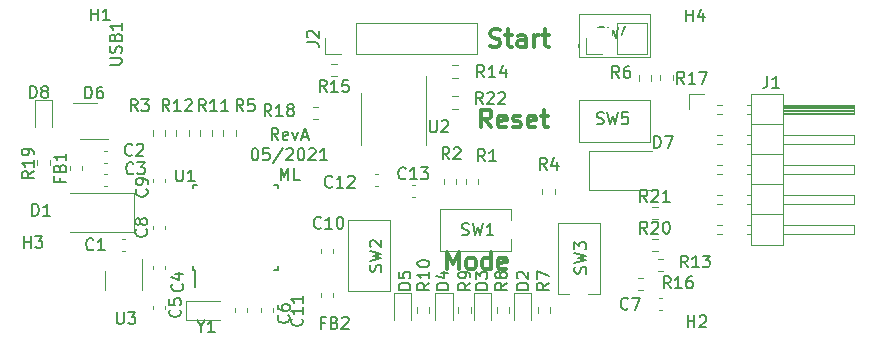
<source format=gto>
G04 #@! TF.GenerationSoftware,KiCad,Pcbnew,5.1.10-5.1.10*
G04 #@! TF.CreationDate,2021-05-16T20:28:14+02:00*
G04 #@! TF.ProjectId,reva,72657661-2e6b-4696-9361-645f70636258,rev?*
G04 #@! TF.SameCoordinates,Original*
G04 #@! TF.FileFunction,Legend,Top*
G04 #@! TF.FilePolarity,Positive*
%FSLAX46Y46*%
G04 Gerber Fmt 4.6, Leading zero omitted, Abs format (unit mm)*
G04 Created by KiCad (PCBNEW 5.1.10-5.1.10) date 2021-05-16 20:28:14*
%MOMM*%
%LPD*%
G01*
G04 APERTURE LIST*
%ADD10C,0.300000*%
%ADD11C,0.200000*%
%ADD12C,0.120000*%
%ADD13C,0.150000*%
%ADD14O,1.800000X1.800000*%
%ADD15C,5.700000*%
%ADD16C,0.750000*%
%ADD17R,2.310000X2.460000*%
G04 APERTURE END LIST*
D10*
X159400000Y-98553571D02*
X159400000Y-97053571D01*
X159900000Y-98125000D01*
X160400000Y-97053571D01*
X160400000Y-98553571D01*
X161328571Y-98553571D02*
X161185714Y-98482142D01*
X161114285Y-98410714D01*
X161042857Y-98267857D01*
X161042857Y-97839285D01*
X161114285Y-97696428D01*
X161185714Y-97625000D01*
X161328571Y-97553571D01*
X161542857Y-97553571D01*
X161685714Y-97625000D01*
X161757142Y-97696428D01*
X161828571Y-97839285D01*
X161828571Y-98267857D01*
X161757142Y-98410714D01*
X161685714Y-98482142D01*
X161542857Y-98553571D01*
X161328571Y-98553571D01*
X163114285Y-98553571D02*
X163114285Y-97053571D01*
X163114285Y-98482142D02*
X162971428Y-98553571D01*
X162685714Y-98553571D01*
X162542857Y-98482142D01*
X162471428Y-98410714D01*
X162400000Y-98267857D01*
X162400000Y-97839285D01*
X162471428Y-97696428D01*
X162542857Y-97625000D01*
X162685714Y-97553571D01*
X162971428Y-97553571D01*
X163114285Y-97625000D01*
X164400000Y-98482142D02*
X164257142Y-98553571D01*
X163971428Y-98553571D01*
X163828571Y-98482142D01*
X163757142Y-98339285D01*
X163757142Y-97767857D01*
X163828571Y-97625000D01*
X163971428Y-97553571D01*
X164257142Y-97553571D01*
X164400000Y-97625000D01*
X164471428Y-97767857D01*
X164471428Y-97910714D01*
X163757142Y-98053571D01*
X163167857Y-86528571D02*
X162667857Y-85814285D01*
X162310714Y-86528571D02*
X162310714Y-85028571D01*
X162882142Y-85028571D01*
X163025000Y-85100000D01*
X163096428Y-85171428D01*
X163167857Y-85314285D01*
X163167857Y-85528571D01*
X163096428Y-85671428D01*
X163025000Y-85742857D01*
X162882142Y-85814285D01*
X162310714Y-85814285D01*
X164382142Y-86457142D02*
X164239285Y-86528571D01*
X163953571Y-86528571D01*
X163810714Y-86457142D01*
X163739285Y-86314285D01*
X163739285Y-85742857D01*
X163810714Y-85600000D01*
X163953571Y-85528571D01*
X164239285Y-85528571D01*
X164382142Y-85600000D01*
X164453571Y-85742857D01*
X164453571Y-85885714D01*
X163739285Y-86028571D01*
X165025000Y-86457142D02*
X165167857Y-86528571D01*
X165453571Y-86528571D01*
X165596428Y-86457142D01*
X165667857Y-86314285D01*
X165667857Y-86242857D01*
X165596428Y-86100000D01*
X165453571Y-86028571D01*
X165239285Y-86028571D01*
X165096428Y-85957142D01*
X165025000Y-85814285D01*
X165025000Y-85742857D01*
X165096428Y-85600000D01*
X165239285Y-85528571D01*
X165453571Y-85528571D01*
X165596428Y-85600000D01*
X166882142Y-86457142D02*
X166739285Y-86528571D01*
X166453571Y-86528571D01*
X166310714Y-86457142D01*
X166239285Y-86314285D01*
X166239285Y-85742857D01*
X166310714Y-85600000D01*
X166453571Y-85528571D01*
X166739285Y-85528571D01*
X166882142Y-85600000D01*
X166953571Y-85742857D01*
X166953571Y-85885714D01*
X166239285Y-86028571D01*
X167382142Y-85528571D02*
X167953571Y-85528571D01*
X167596428Y-85028571D02*
X167596428Y-86314285D01*
X167667857Y-86457142D01*
X167810714Y-86528571D01*
X167953571Y-86528571D01*
X163061428Y-79657142D02*
X163275714Y-79728571D01*
X163632857Y-79728571D01*
X163775714Y-79657142D01*
X163847142Y-79585714D01*
X163918571Y-79442857D01*
X163918571Y-79300000D01*
X163847142Y-79157142D01*
X163775714Y-79085714D01*
X163632857Y-79014285D01*
X163347142Y-78942857D01*
X163204285Y-78871428D01*
X163132857Y-78800000D01*
X163061428Y-78657142D01*
X163061428Y-78514285D01*
X163132857Y-78371428D01*
X163204285Y-78300000D01*
X163347142Y-78228571D01*
X163704285Y-78228571D01*
X163918571Y-78300000D01*
X164347142Y-78728571D02*
X164918571Y-78728571D01*
X164561428Y-78228571D02*
X164561428Y-79514285D01*
X164632857Y-79657142D01*
X164775714Y-79728571D01*
X164918571Y-79728571D01*
X166061428Y-79728571D02*
X166061428Y-78942857D01*
X165990000Y-78800000D01*
X165847142Y-78728571D01*
X165561428Y-78728571D01*
X165418571Y-78800000D01*
X166061428Y-79657142D02*
X165918571Y-79728571D01*
X165561428Y-79728571D01*
X165418571Y-79657142D01*
X165347142Y-79514285D01*
X165347142Y-79371428D01*
X165418571Y-79228571D01*
X165561428Y-79157142D01*
X165918571Y-79157142D01*
X166061428Y-79085714D01*
X166775714Y-79728571D02*
X166775714Y-78728571D01*
X166775714Y-79014285D02*
X166847142Y-78871428D01*
X166918571Y-78800000D01*
X167061428Y-78728571D01*
X167204285Y-78728571D01*
X167490000Y-78728571D02*
X168061428Y-78728571D01*
X167704285Y-78228571D02*
X167704285Y-79514285D01*
X167775714Y-79657142D01*
X167918571Y-79728571D01*
X168061428Y-79728571D01*
D11*
X145121428Y-87602380D02*
X144788095Y-87126190D01*
X144550000Y-87602380D02*
X144550000Y-86602380D01*
X144930952Y-86602380D01*
X145026190Y-86650000D01*
X145073809Y-86697619D01*
X145121428Y-86792857D01*
X145121428Y-86935714D01*
X145073809Y-87030952D01*
X145026190Y-87078571D01*
X144930952Y-87126190D01*
X144550000Y-87126190D01*
X145930952Y-87554761D02*
X145835714Y-87602380D01*
X145645238Y-87602380D01*
X145550000Y-87554761D01*
X145502380Y-87459523D01*
X145502380Y-87078571D01*
X145550000Y-86983333D01*
X145645238Y-86935714D01*
X145835714Y-86935714D01*
X145930952Y-86983333D01*
X145978571Y-87078571D01*
X145978571Y-87173809D01*
X145502380Y-87269047D01*
X146311904Y-86935714D02*
X146550000Y-87602380D01*
X146788095Y-86935714D01*
X147121428Y-87316666D02*
X147597619Y-87316666D01*
X147026190Y-87602380D02*
X147359523Y-86602380D01*
X147692857Y-87602380D01*
X143097619Y-88302380D02*
X143192857Y-88302380D01*
X143288095Y-88350000D01*
X143335714Y-88397619D01*
X143383333Y-88492857D01*
X143430952Y-88683333D01*
X143430952Y-88921428D01*
X143383333Y-89111904D01*
X143335714Y-89207142D01*
X143288095Y-89254761D01*
X143192857Y-89302380D01*
X143097619Y-89302380D01*
X143002380Y-89254761D01*
X142954761Y-89207142D01*
X142907142Y-89111904D01*
X142859523Y-88921428D01*
X142859523Y-88683333D01*
X142907142Y-88492857D01*
X142954761Y-88397619D01*
X143002380Y-88350000D01*
X143097619Y-88302380D01*
X144335714Y-88302380D02*
X143859523Y-88302380D01*
X143811904Y-88778571D01*
X143859523Y-88730952D01*
X143954761Y-88683333D01*
X144192857Y-88683333D01*
X144288095Y-88730952D01*
X144335714Y-88778571D01*
X144383333Y-88873809D01*
X144383333Y-89111904D01*
X144335714Y-89207142D01*
X144288095Y-89254761D01*
X144192857Y-89302380D01*
X143954761Y-89302380D01*
X143859523Y-89254761D01*
X143811904Y-89207142D01*
X145526190Y-88254761D02*
X144669047Y-89540476D01*
X145811904Y-88397619D02*
X145859523Y-88350000D01*
X145954761Y-88302380D01*
X146192857Y-88302380D01*
X146288095Y-88350000D01*
X146335714Y-88397619D01*
X146383333Y-88492857D01*
X146383333Y-88588095D01*
X146335714Y-88730952D01*
X145764285Y-89302380D01*
X146383333Y-89302380D01*
X147002380Y-88302380D02*
X147097619Y-88302380D01*
X147192857Y-88350000D01*
X147240476Y-88397619D01*
X147288095Y-88492857D01*
X147335714Y-88683333D01*
X147335714Y-88921428D01*
X147288095Y-89111904D01*
X147240476Y-89207142D01*
X147192857Y-89254761D01*
X147097619Y-89302380D01*
X147002380Y-89302380D01*
X146907142Y-89254761D01*
X146859523Y-89207142D01*
X146811904Y-89111904D01*
X146764285Y-88921428D01*
X146764285Y-88683333D01*
X146811904Y-88492857D01*
X146859523Y-88397619D01*
X146907142Y-88350000D01*
X147002380Y-88302380D01*
X147716666Y-88397619D02*
X147764285Y-88350000D01*
X147859523Y-88302380D01*
X148097619Y-88302380D01*
X148192857Y-88350000D01*
X148240476Y-88397619D01*
X148288095Y-88492857D01*
X148288095Y-88588095D01*
X148240476Y-88730952D01*
X147669047Y-89302380D01*
X148288095Y-89302380D01*
X149240476Y-89302380D02*
X148669047Y-89302380D01*
X148954761Y-89302380D02*
X148954761Y-88302380D01*
X148859523Y-88445238D01*
X148764285Y-88540476D01*
X148669047Y-88588095D01*
X145311904Y-91002380D02*
X145311904Y-90002380D01*
X145645238Y-90716666D01*
X145978571Y-90002380D01*
X145978571Y-91002380D01*
X146930952Y-91002380D02*
X146454761Y-91002380D01*
X146454761Y-90002380D01*
D12*
X171400000Y-88550000D02*
X171400000Y-91850000D01*
X171400000Y-91850000D02*
X176800000Y-91850000D01*
X171400000Y-88550000D02*
X176800000Y-88550000D01*
X176370000Y-80330000D02*
X176370000Y-77670000D01*
X173770000Y-80330000D02*
X176370000Y-80330000D01*
X173770000Y-77670000D02*
X176370000Y-77670000D01*
X173770000Y-80330000D02*
X173770000Y-77670000D01*
X172500000Y-80330000D02*
X171170000Y-80330000D01*
X171170000Y-80330000D02*
X171170000Y-79000000D01*
X164800000Y-97000000D02*
X158800000Y-97000000D01*
X158800000Y-97000000D02*
X158800000Y-93400000D01*
X158800000Y-93400000D02*
X164800000Y-93400000D01*
X164800000Y-93400000D02*
X164800000Y-97000000D01*
X159837742Y-83902500D02*
X160312258Y-83902500D01*
X159837742Y-84947500D02*
X160312258Y-84947500D01*
X149090000Y-80330000D02*
X149090000Y-79000000D01*
X150420000Y-80330000D02*
X149090000Y-80330000D01*
X151690000Y-80330000D02*
X151690000Y-77670000D01*
X151690000Y-77670000D02*
X161910000Y-77670000D01*
X151690000Y-80330000D02*
X161910000Y-80330000D01*
X161910000Y-80330000D02*
X161910000Y-77670000D01*
X185180000Y-83670000D02*
X185180000Y-96490000D01*
X185180000Y-96490000D02*
X187840000Y-96490000D01*
X187840000Y-96490000D02*
X187840000Y-83670000D01*
X187840000Y-83670000D02*
X185180000Y-83670000D01*
X187840000Y-84620000D02*
X193840000Y-84620000D01*
X193840000Y-84620000D02*
X193840000Y-85380000D01*
X193840000Y-85380000D02*
X187840000Y-85380000D01*
X187840000Y-84680000D02*
X193840000Y-84680000D01*
X187840000Y-84800000D02*
X193840000Y-84800000D01*
X187840000Y-84920000D02*
X193840000Y-84920000D01*
X187840000Y-85040000D02*
X193840000Y-85040000D01*
X187840000Y-85160000D02*
X193840000Y-85160000D01*
X187840000Y-85280000D02*
X193840000Y-85280000D01*
X184782929Y-84620000D02*
X185180000Y-84620000D01*
X184782929Y-85380000D02*
X185180000Y-85380000D01*
X182310000Y-84620000D02*
X182697071Y-84620000D01*
X182310000Y-85380000D02*
X182697071Y-85380000D01*
X185180000Y-86270000D02*
X187840000Y-86270000D01*
X187840000Y-87160000D02*
X193840000Y-87160000D01*
X193840000Y-87160000D02*
X193840000Y-87920000D01*
X193840000Y-87920000D02*
X187840000Y-87920000D01*
X184782929Y-87160000D02*
X185180000Y-87160000D01*
X184782929Y-87920000D02*
X185180000Y-87920000D01*
X182242929Y-87160000D02*
X182697071Y-87160000D01*
X182242929Y-87920000D02*
X182697071Y-87920000D01*
X185180000Y-88810000D02*
X187840000Y-88810000D01*
X187840000Y-89700000D02*
X193840000Y-89700000D01*
X193840000Y-89700000D02*
X193840000Y-90460000D01*
X193840000Y-90460000D02*
X187840000Y-90460000D01*
X184782929Y-89700000D02*
X185180000Y-89700000D01*
X184782929Y-90460000D02*
X185180000Y-90460000D01*
X182242929Y-89700000D02*
X182697071Y-89700000D01*
X182242929Y-90460000D02*
X182697071Y-90460000D01*
X185180000Y-91350000D02*
X187840000Y-91350000D01*
X187840000Y-92240000D02*
X193840000Y-92240000D01*
X193840000Y-92240000D02*
X193840000Y-93000000D01*
X193840000Y-93000000D02*
X187840000Y-93000000D01*
X184782929Y-92240000D02*
X185180000Y-92240000D01*
X184782929Y-93000000D02*
X185180000Y-93000000D01*
X182242929Y-92240000D02*
X182697071Y-92240000D01*
X182242929Y-93000000D02*
X182697071Y-93000000D01*
X185180000Y-93890000D02*
X187840000Y-93890000D01*
X187840000Y-94780000D02*
X193840000Y-94780000D01*
X193840000Y-94780000D02*
X193840000Y-95540000D01*
X193840000Y-95540000D02*
X187840000Y-95540000D01*
X184782929Y-94780000D02*
X185180000Y-94780000D01*
X184782929Y-95540000D02*
X185180000Y-95540000D01*
X182242929Y-94780000D02*
X182697071Y-94780000D01*
X182242929Y-95540000D02*
X182697071Y-95540000D01*
X179930000Y-85000000D02*
X179930000Y-83730000D01*
X179930000Y-83730000D02*
X181200000Y-83730000D01*
X170600000Y-84200000D02*
X176600000Y-84200000D01*
X176600000Y-84200000D02*
X176600000Y-87800000D01*
X176600000Y-87800000D02*
X170600000Y-87800000D01*
X170600000Y-87800000D02*
X170600000Y-84200000D01*
X170600000Y-76950000D02*
X176600000Y-76950000D01*
X176600000Y-76950000D02*
X176600000Y-80550000D01*
X176600000Y-80550000D02*
X170600000Y-80550000D01*
X170600000Y-80550000D02*
X170600000Y-76950000D01*
X168800000Y-100600000D02*
X168800000Y-94600000D01*
X168800000Y-94600000D02*
X172400000Y-94600000D01*
X172400000Y-94600000D02*
X172400000Y-100600000D01*
X172400000Y-100600000D02*
X168800000Y-100600000D01*
X151000000Y-100400000D02*
X151000000Y-94400000D01*
X151000000Y-94400000D02*
X154600000Y-94400000D01*
X154600000Y-94400000D02*
X154600000Y-100400000D01*
X154600000Y-100400000D02*
X151000000Y-100400000D01*
X176762742Y-93277500D02*
X177237258Y-93277500D01*
X176762742Y-94322500D02*
X177237258Y-94322500D01*
X176762742Y-95977500D02*
X177237258Y-95977500D01*
X176762742Y-97022500D02*
X177237258Y-97022500D01*
X125772500Y-89262742D02*
X125772500Y-89737258D01*
X124727500Y-89262742D02*
X124727500Y-89737258D01*
X148037742Y-84802500D02*
X148512258Y-84802500D01*
X148037742Y-85847500D02*
X148512258Y-85847500D01*
X177477500Y-82537258D02*
X177477500Y-82062742D01*
X178522500Y-82537258D02*
X178522500Y-82062742D01*
X175562742Y-99277500D02*
X176037258Y-99277500D01*
X175562742Y-100322500D02*
X176037258Y-100322500D01*
X150087258Y-82172500D02*
X149612742Y-82172500D01*
X150087258Y-81127500D02*
X149612742Y-81127500D01*
X159862742Y-81277500D02*
X160337258Y-81277500D01*
X159862742Y-82322500D02*
X160337258Y-82322500D01*
X177262742Y-97677500D02*
X177737258Y-97677500D01*
X177262742Y-98722500D02*
X177737258Y-98722500D01*
X136477500Y-87237258D02*
X136477500Y-86762742D01*
X137522500Y-87237258D02*
X137522500Y-86762742D01*
X138477500Y-87237258D02*
X138477500Y-86762742D01*
X139522500Y-87237258D02*
X139522500Y-86762742D01*
X156877500Y-102237258D02*
X156877500Y-101762742D01*
X157922500Y-102237258D02*
X157922500Y-101762742D01*
X160377500Y-102237258D02*
X160377500Y-101762742D01*
X161422500Y-102237258D02*
X161422500Y-101762742D01*
X163627500Y-102237258D02*
X163627500Y-101762742D01*
X164672500Y-102237258D02*
X164672500Y-101762742D01*
X167077500Y-102237258D02*
X167077500Y-101762742D01*
X168122500Y-102237258D02*
X168122500Y-101762742D01*
X175677500Y-82562258D02*
X175677500Y-82087742D01*
X176722500Y-82562258D02*
X176722500Y-82087742D01*
X141522500Y-86762742D02*
X141522500Y-87237258D01*
X140477500Y-86762742D02*
X140477500Y-87237258D01*
X168522500Y-91737742D02*
X168522500Y-92212258D01*
X167477500Y-91737742D02*
X167477500Y-92212258D01*
X135522500Y-86762742D02*
X135522500Y-87237258D01*
X134477500Y-86762742D02*
X134477500Y-87237258D01*
X160172500Y-90862742D02*
X160172500Y-91337258D01*
X159127500Y-90862742D02*
X159127500Y-91337258D01*
X162072500Y-90862742D02*
X162072500Y-91337258D01*
X161027500Y-90862742D02*
X161027500Y-91337258D01*
X148740000Y-100912779D02*
X148740000Y-100587221D01*
X149760000Y-100912779D02*
X149760000Y-100587221D01*
X127490000Y-90162779D02*
X127490000Y-89837221D01*
X128510000Y-90162779D02*
X128510000Y-89837221D01*
X125985000Y-86512500D02*
X125985000Y-84227500D01*
X125985000Y-84227500D02*
X124515000Y-84227500D01*
X124515000Y-84227500D02*
X124515000Y-86512500D01*
X128300000Y-87550000D02*
X130700000Y-87550000D01*
X130700000Y-84450000D02*
X127750000Y-84450000D01*
X156385000Y-102800000D02*
X156385000Y-100515000D01*
X156385000Y-100515000D02*
X154915000Y-100515000D01*
X154915000Y-100515000D02*
X154915000Y-102800000D01*
X159885000Y-102800000D02*
X159885000Y-100515000D01*
X159885000Y-100515000D02*
X158415000Y-100515000D01*
X158415000Y-100515000D02*
X158415000Y-102800000D01*
X163135000Y-102800000D02*
X163135000Y-100515000D01*
X163135000Y-100515000D02*
X161665000Y-100515000D01*
X161665000Y-100515000D02*
X161665000Y-102800000D01*
X166535000Y-102800000D02*
X166535000Y-100515000D01*
X166535000Y-100515000D02*
X165065000Y-100515000D01*
X165065000Y-100515000D02*
X165065000Y-102800000D01*
X132900000Y-95400000D02*
X132900000Y-92100000D01*
X132900000Y-92100000D02*
X127500000Y-92100000D01*
X132900000Y-95400000D02*
X127500000Y-95400000D01*
X156409420Y-91390000D02*
X156690580Y-91390000D01*
X156409420Y-92410000D02*
X156690580Y-92410000D01*
X153309420Y-90515000D02*
X153590580Y-90515000D01*
X153309420Y-91535000D02*
X153590580Y-91535000D01*
X144710000Y-101859420D02*
X144710000Y-102140580D01*
X143690000Y-101859420D02*
X143690000Y-102140580D01*
X148740000Y-97140580D02*
X148740000Y-96859420D01*
X149760000Y-97140580D02*
X149760000Y-96859420D01*
X134490000Y-91140580D02*
X134490000Y-90859420D01*
X135510000Y-91140580D02*
X135510000Y-90859420D01*
X134490000Y-95140580D02*
X134490000Y-94859420D01*
X135510000Y-95140580D02*
X135510000Y-94859420D01*
X177359420Y-100990000D02*
X177640580Y-100990000D01*
X177359420Y-102010000D02*
X177640580Y-102010000D01*
X142510000Y-101859420D02*
X142510000Y-102140580D01*
X141490000Y-101859420D02*
X141490000Y-102140580D01*
X135510000Y-101659420D02*
X135510000Y-101940580D01*
X134490000Y-101659420D02*
X134490000Y-101940580D01*
X134490000Y-98515580D02*
X134490000Y-98234420D01*
X135510000Y-98515580D02*
X135510000Y-98234420D01*
X130359420Y-90490000D02*
X130640580Y-90490000D01*
X130359420Y-91510000D02*
X130640580Y-91510000D01*
X130359420Y-88490000D02*
X130640580Y-88490000D01*
X130359420Y-89510000D02*
X130640580Y-89510000D01*
X131859420Y-95990000D02*
X132140580Y-95990000D01*
X131859420Y-97010000D02*
X132140580Y-97010000D01*
X137350000Y-102800000D02*
X140200000Y-102800000D01*
X137350000Y-101200000D02*
X137350000Y-102800000D01*
X140200000Y-101200000D02*
X137350000Y-101200000D01*
X133560000Y-99500000D02*
X133560000Y-97700000D01*
X133560000Y-99500000D02*
X133560000Y-100300000D01*
X130440000Y-99500000D02*
X130440000Y-98700000D01*
X130440000Y-99500000D02*
X130440000Y-100300000D01*
X157610000Y-85850000D02*
X157610000Y-82200000D01*
X157610000Y-85850000D02*
X157610000Y-88050000D01*
X152090000Y-85850000D02*
X152090000Y-83650000D01*
X152090000Y-85850000D02*
X152090000Y-88050000D01*
D13*
X138100000Y-98625000D02*
X138100000Y-100050000D01*
X137875000Y-91375000D02*
X137875000Y-91700000D01*
X145125000Y-91375000D02*
X145125000Y-91700000D01*
X145125000Y-98625000D02*
X145125000Y-98300000D01*
X137875000Y-98625000D02*
X137875000Y-98300000D01*
X145125000Y-98625000D02*
X144800000Y-98625000D01*
X145125000Y-91375000D02*
X144800000Y-91375000D01*
X137875000Y-91375000D02*
X138200000Y-91375000D01*
X137875000Y-98625000D02*
X138100000Y-98625000D01*
X176936904Y-88277380D02*
X176936904Y-87277380D01*
X177175000Y-87277380D01*
X177317857Y-87325000D01*
X177413095Y-87420238D01*
X177460714Y-87515476D01*
X177508333Y-87705952D01*
X177508333Y-87848809D01*
X177460714Y-88039285D01*
X177413095Y-88134523D01*
X177317857Y-88229761D01*
X177175000Y-88277380D01*
X176936904Y-88277380D01*
X177841666Y-87277380D02*
X178508333Y-87277380D01*
X178079761Y-88277380D01*
X169622380Y-79333333D02*
X170336666Y-79333333D01*
X170479523Y-79380952D01*
X170574761Y-79476190D01*
X170622380Y-79619047D01*
X170622380Y-79714285D01*
X169622380Y-78952380D02*
X169622380Y-78333333D01*
X170003333Y-78666666D01*
X170003333Y-78523809D01*
X170050952Y-78428571D01*
X170098571Y-78380952D01*
X170193809Y-78333333D01*
X170431904Y-78333333D01*
X170527142Y-78380952D01*
X170574761Y-78428571D01*
X170622380Y-78523809D01*
X170622380Y-78809523D01*
X170574761Y-78904761D01*
X170527142Y-78952380D01*
X179638095Y-77552380D02*
X179638095Y-76552380D01*
X179638095Y-77028571D02*
X180209523Y-77028571D01*
X180209523Y-77552380D02*
X180209523Y-76552380D01*
X181114285Y-76885714D02*
X181114285Y-77552380D01*
X180876190Y-76504761D02*
X180638095Y-77219047D01*
X181257142Y-77219047D01*
X123588095Y-96727380D02*
X123588095Y-95727380D01*
X123588095Y-96203571D02*
X124159523Y-96203571D01*
X124159523Y-96727380D02*
X124159523Y-95727380D01*
X124540476Y-95727380D02*
X125159523Y-95727380D01*
X124826190Y-96108333D01*
X124969047Y-96108333D01*
X125064285Y-96155952D01*
X125111904Y-96203571D01*
X125159523Y-96298809D01*
X125159523Y-96536904D01*
X125111904Y-96632142D01*
X125064285Y-96679761D01*
X124969047Y-96727380D01*
X124683333Y-96727380D01*
X124588095Y-96679761D01*
X124540476Y-96632142D01*
X179788095Y-103452380D02*
X179788095Y-102452380D01*
X179788095Y-102928571D02*
X180359523Y-102928571D01*
X180359523Y-103452380D02*
X180359523Y-102452380D01*
X180788095Y-102547619D02*
X180835714Y-102500000D01*
X180930952Y-102452380D01*
X181169047Y-102452380D01*
X181264285Y-102500000D01*
X181311904Y-102547619D01*
X181359523Y-102642857D01*
X181359523Y-102738095D01*
X181311904Y-102880952D01*
X180740476Y-103452380D01*
X181359523Y-103452380D01*
X129263095Y-77477380D02*
X129263095Y-76477380D01*
X129263095Y-76953571D02*
X129834523Y-76953571D01*
X129834523Y-77477380D02*
X129834523Y-76477380D01*
X130834523Y-77477380D02*
X130263095Y-77477380D01*
X130548809Y-77477380D02*
X130548809Y-76477380D01*
X130453571Y-76620238D01*
X130358333Y-76715476D01*
X130263095Y-76763095D01*
X160666666Y-95604761D02*
X160809523Y-95652380D01*
X161047619Y-95652380D01*
X161142857Y-95604761D01*
X161190476Y-95557142D01*
X161238095Y-95461904D01*
X161238095Y-95366666D01*
X161190476Y-95271428D01*
X161142857Y-95223809D01*
X161047619Y-95176190D01*
X160857142Y-95128571D01*
X160761904Y-95080952D01*
X160714285Y-95033333D01*
X160666666Y-94938095D01*
X160666666Y-94842857D01*
X160714285Y-94747619D01*
X160761904Y-94700000D01*
X160857142Y-94652380D01*
X161095238Y-94652380D01*
X161238095Y-94700000D01*
X161571428Y-94652380D02*
X161809523Y-95652380D01*
X162000000Y-94938095D01*
X162190476Y-95652380D01*
X162428571Y-94652380D01*
X163333333Y-95652380D02*
X162761904Y-95652380D01*
X163047619Y-95652380D02*
X163047619Y-94652380D01*
X162952380Y-94795238D01*
X162857142Y-94890476D01*
X162761904Y-94938095D01*
X162432142Y-84552380D02*
X162098809Y-84076190D01*
X161860714Y-84552380D02*
X161860714Y-83552380D01*
X162241666Y-83552380D01*
X162336904Y-83600000D01*
X162384523Y-83647619D01*
X162432142Y-83742857D01*
X162432142Y-83885714D01*
X162384523Y-83980952D01*
X162336904Y-84028571D01*
X162241666Y-84076190D01*
X161860714Y-84076190D01*
X162813095Y-83647619D02*
X162860714Y-83600000D01*
X162955952Y-83552380D01*
X163194047Y-83552380D01*
X163289285Y-83600000D01*
X163336904Y-83647619D01*
X163384523Y-83742857D01*
X163384523Y-83838095D01*
X163336904Y-83980952D01*
X162765476Y-84552380D01*
X163384523Y-84552380D01*
X163765476Y-83647619D02*
X163813095Y-83600000D01*
X163908333Y-83552380D01*
X164146428Y-83552380D01*
X164241666Y-83600000D01*
X164289285Y-83647619D01*
X164336904Y-83742857D01*
X164336904Y-83838095D01*
X164289285Y-83980952D01*
X163717857Y-84552380D01*
X164336904Y-84552380D01*
X147542380Y-79333333D02*
X148256666Y-79333333D01*
X148399523Y-79380952D01*
X148494761Y-79476190D01*
X148542380Y-79619047D01*
X148542380Y-79714285D01*
X147637619Y-78904761D02*
X147590000Y-78857142D01*
X147542380Y-78761904D01*
X147542380Y-78523809D01*
X147590000Y-78428571D01*
X147637619Y-78380952D01*
X147732857Y-78333333D01*
X147828095Y-78333333D01*
X147970952Y-78380952D01*
X148542380Y-78952380D01*
X148542380Y-78333333D01*
X186521666Y-82182380D02*
X186521666Y-82896666D01*
X186474047Y-83039523D01*
X186378809Y-83134761D01*
X186235952Y-83182380D01*
X186140714Y-83182380D01*
X187521666Y-83182380D02*
X186950238Y-83182380D01*
X187235952Y-83182380D02*
X187235952Y-82182380D01*
X187140714Y-82325238D01*
X187045476Y-82420476D01*
X186950238Y-82468095D01*
X172091666Y-86204761D02*
X172234523Y-86252380D01*
X172472619Y-86252380D01*
X172567857Y-86204761D01*
X172615476Y-86157142D01*
X172663095Y-86061904D01*
X172663095Y-85966666D01*
X172615476Y-85871428D01*
X172567857Y-85823809D01*
X172472619Y-85776190D01*
X172282142Y-85728571D01*
X172186904Y-85680952D01*
X172139285Y-85633333D01*
X172091666Y-85538095D01*
X172091666Y-85442857D01*
X172139285Y-85347619D01*
X172186904Y-85300000D01*
X172282142Y-85252380D01*
X172520238Y-85252380D01*
X172663095Y-85300000D01*
X172996428Y-85252380D02*
X173234523Y-86252380D01*
X173425000Y-85538095D01*
X173615476Y-86252380D01*
X173853571Y-85252380D01*
X174710714Y-85252380D02*
X174234523Y-85252380D01*
X174186904Y-85728571D01*
X174234523Y-85680952D01*
X174329761Y-85633333D01*
X174567857Y-85633333D01*
X174663095Y-85680952D01*
X174710714Y-85728571D01*
X174758333Y-85823809D01*
X174758333Y-86061904D01*
X174710714Y-86157142D01*
X174663095Y-86204761D01*
X174567857Y-86252380D01*
X174329761Y-86252380D01*
X174234523Y-86204761D01*
X174186904Y-86157142D01*
X172166666Y-78954761D02*
X172309523Y-79002380D01*
X172547619Y-79002380D01*
X172642857Y-78954761D01*
X172690476Y-78907142D01*
X172738095Y-78811904D01*
X172738095Y-78716666D01*
X172690476Y-78621428D01*
X172642857Y-78573809D01*
X172547619Y-78526190D01*
X172357142Y-78478571D01*
X172261904Y-78430952D01*
X172214285Y-78383333D01*
X172166666Y-78288095D01*
X172166666Y-78192857D01*
X172214285Y-78097619D01*
X172261904Y-78050000D01*
X172357142Y-78002380D01*
X172595238Y-78002380D01*
X172738095Y-78050000D01*
X173071428Y-78002380D02*
X173309523Y-79002380D01*
X173500000Y-78288095D01*
X173690476Y-79002380D01*
X173928571Y-78002380D01*
X174738095Y-78335714D02*
X174738095Y-79002380D01*
X174500000Y-77954761D02*
X174261904Y-78669047D01*
X174880952Y-78669047D01*
X171154761Y-98908333D02*
X171202380Y-98765476D01*
X171202380Y-98527380D01*
X171154761Y-98432142D01*
X171107142Y-98384523D01*
X171011904Y-98336904D01*
X170916666Y-98336904D01*
X170821428Y-98384523D01*
X170773809Y-98432142D01*
X170726190Y-98527380D01*
X170678571Y-98717857D01*
X170630952Y-98813095D01*
X170583333Y-98860714D01*
X170488095Y-98908333D01*
X170392857Y-98908333D01*
X170297619Y-98860714D01*
X170250000Y-98813095D01*
X170202380Y-98717857D01*
X170202380Y-98479761D01*
X170250000Y-98336904D01*
X170202380Y-98003571D02*
X171202380Y-97765476D01*
X170488095Y-97575000D01*
X171202380Y-97384523D01*
X170202380Y-97146428D01*
X170202380Y-96860714D02*
X170202380Y-96241666D01*
X170583333Y-96575000D01*
X170583333Y-96432142D01*
X170630952Y-96336904D01*
X170678571Y-96289285D01*
X170773809Y-96241666D01*
X171011904Y-96241666D01*
X171107142Y-96289285D01*
X171154761Y-96336904D01*
X171202380Y-96432142D01*
X171202380Y-96717857D01*
X171154761Y-96813095D01*
X171107142Y-96860714D01*
X153804761Y-98733333D02*
X153852380Y-98590476D01*
X153852380Y-98352380D01*
X153804761Y-98257142D01*
X153757142Y-98209523D01*
X153661904Y-98161904D01*
X153566666Y-98161904D01*
X153471428Y-98209523D01*
X153423809Y-98257142D01*
X153376190Y-98352380D01*
X153328571Y-98542857D01*
X153280952Y-98638095D01*
X153233333Y-98685714D01*
X153138095Y-98733333D01*
X153042857Y-98733333D01*
X152947619Y-98685714D01*
X152900000Y-98638095D01*
X152852380Y-98542857D01*
X152852380Y-98304761D01*
X152900000Y-98161904D01*
X152852380Y-97828571D02*
X153852380Y-97590476D01*
X153138095Y-97400000D01*
X153852380Y-97209523D01*
X152852380Y-96971428D01*
X152947619Y-96638095D02*
X152900000Y-96590476D01*
X152852380Y-96495238D01*
X152852380Y-96257142D01*
X152900000Y-96161904D01*
X152947619Y-96114285D01*
X153042857Y-96066666D01*
X153138095Y-96066666D01*
X153280952Y-96114285D01*
X153852380Y-96685714D01*
X153852380Y-96066666D01*
X176357142Y-92822380D02*
X176023809Y-92346190D01*
X175785714Y-92822380D02*
X175785714Y-91822380D01*
X176166666Y-91822380D01*
X176261904Y-91870000D01*
X176309523Y-91917619D01*
X176357142Y-92012857D01*
X176357142Y-92155714D01*
X176309523Y-92250952D01*
X176261904Y-92298571D01*
X176166666Y-92346190D01*
X175785714Y-92346190D01*
X176738095Y-91917619D02*
X176785714Y-91870000D01*
X176880952Y-91822380D01*
X177119047Y-91822380D01*
X177214285Y-91870000D01*
X177261904Y-91917619D01*
X177309523Y-92012857D01*
X177309523Y-92108095D01*
X177261904Y-92250952D01*
X176690476Y-92822380D01*
X177309523Y-92822380D01*
X178261904Y-92822380D02*
X177690476Y-92822380D01*
X177976190Y-92822380D02*
X177976190Y-91822380D01*
X177880952Y-91965238D01*
X177785714Y-92060476D01*
X177690476Y-92108095D01*
X176357142Y-95522380D02*
X176023809Y-95046190D01*
X175785714Y-95522380D02*
X175785714Y-94522380D01*
X176166666Y-94522380D01*
X176261904Y-94570000D01*
X176309523Y-94617619D01*
X176357142Y-94712857D01*
X176357142Y-94855714D01*
X176309523Y-94950952D01*
X176261904Y-94998571D01*
X176166666Y-95046190D01*
X175785714Y-95046190D01*
X176738095Y-94617619D02*
X176785714Y-94570000D01*
X176880952Y-94522380D01*
X177119047Y-94522380D01*
X177214285Y-94570000D01*
X177261904Y-94617619D01*
X177309523Y-94712857D01*
X177309523Y-94808095D01*
X177261904Y-94950952D01*
X176690476Y-95522380D01*
X177309523Y-95522380D01*
X177928571Y-94522380D02*
X178023809Y-94522380D01*
X178119047Y-94570000D01*
X178166666Y-94617619D01*
X178214285Y-94712857D01*
X178261904Y-94903333D01*
X178261904Y-95141428D01*
X178214285Y-95331904D01*
X178166666Y-95427142D01*
X178119047Y-95474761D01*
X178023809Y-95522380D01*
X177928571Y-95522380D01*
X177833333Y-95474761D01*
X177785714Y-95427142D01*
X177738095Y-95331904D01*
X177690476Y-95141428D01*
X177690476Y-94903333D01*
X177738095Y-94712857D01*
X177785714Y-94617619D01*
X177833333Y-94570000D01*
X177928571Y-94522380D01*
X124402380Y-90242857D02*
X123926190Y-90576190D01*
X124402380Y-90814285D02*
X123402380Y-90814285D01*
X123402380Y-90433333D01*
X123450000Y-90338095D01*
X123497619Y-90290476D01*
X123592857Y-90242857D01*
X123735714Y-90242857D01*
X123830952Y-90290476D01*
X123878571Y-90338095D01*
X123926190Y-90433333D01*
X123926190Y-90814285D01*
X124402380Y-89290476D02*
X124402380Y-89861904D01*
X124402380Y-89576190D02*
X123402380Y-89576190D01*
X123545238Y-89671428D01*
X123640476Y-89766666D01*
X123688095Y-89861904D01*
X124402380Y-88814285D02*
X124402380Y-88623809D01*
X124354761Y-88528571D01*
X124307142Y-88480952D01*
X124164285Y-88385714D01*
X123973809Y-88338095D01*
X123592857Y-88338095D01*
X123497619Y-88385714D01*
X123450000Y-88433333D01*
X123402380Y-88528571D01*
X123402380Y-88719047D01*
X123450000Y-88814285D01*
X123497619Y-88861904D01*
X123592857Y-88909523D01*
X123830952Y-88909523D01*
X123926190Y-88861904D01*
X123973809Y-88814285D01*
X124021428Y-88719047D01*
X124021428Y-88528571D01*
X123973809Y-88433333D01*
X123926190Y-88385714D01*
X123830952Y-88338095D01*
X144532142Y-85577380D02*
X144198809Y-85101190D01*
X143960714Y-85577380D02*
X143960714Y-84577380D01*
X144341666Y-84577380D01*
X144436904Y-84625000D01*
X144484523Y-84672619D01*
X144532142Y-84767857D01*
X144532142Y-84910714D01*
X144484523Y-85005952D01*
X144436904Y-85053571D01*
X144341666Y-85101190D01*
X143960714Y-85101190D01*
X145484523Y-85577380D02*
X144913095Y-85577380D01*
X145198809Y-85577380D02*
X145198809Y-84577380D01*
X145103571Y-84720238D01*
X145008333Y-84815476D01*
X144913095Y-84863095D01*
X146055952Y-85005952D02*
X145960714Y-84958333D01*
X145913095Y-84910714D01*
X145865476Y-84815476D01*
X145865476Y-84767857D01*
X145913095Y-84672619D01*
X145960714Y-84625000D01*
X146055952Y-84577380D01*
X146246428Y-84577380D01*
X146341666Y-84625000D01*
X146389285Y-84672619D01*
X146436904Y-84767857D01*
X146436904Y-84815476D01*
X146389285Y-84910714D01*
X146341666Y-84958333D01*
X146246428Y-85005952D01*
X146055952Y-85005952D01*
X145960714Y-85053571D01*
X145913095Y-85101190D01*
X145865476Y-85196428D01*
X145865476Y-85386904D01*
X145913095Y-85482142D01*
X145960714Y-85529761D01*
X146055952Y-85577380D01*
X146246428Y-85577380D01*
X146341666Y-85529761D01*
X146389285Y-85482142D01*
X146436904Y-85386904D01*
X146436904Y-85196428D01*
X146389285Y-85101190D01*
X146341666Y-85053571D01*
X146246428Y-85005952D01*
X179482142Y-82827380D02*
X179148809Y-82351190D01*
X178910714Y-82827380D02*
X178910714Y-81827380D01*
X179291666Y-81827380D01*
X179386904Y-81875000D01*
X179434523Y-81922619D01*
X179482142Y-82017857D01*
X179482142Y-82160714D01*
X179434523Y-82255952D01*
X179386904Y-82303571D01*
X179291666Y-82351190D01*
X178910714Y-82351190D01*
X180434523Y-82827380D02*
X179863095Y-82827380D01*
X180148809Y-82827380D02*
X180148809Y-81827380D01*
X180053571Y-81970238D01*
X179958333Y-82065476D01*
X179863095Y-82113095D01*
X180767857Y-81827380D02*
X181434523Y-81827380D01*
X181005952Y-82827380D01*
X178332142Y-100152380D02*
X177998809Y-99676190D01*
X177760714Y-100152380D02*
X177760714Y-99152380D01*
X178141666Y-99152380D01*
X178236904Y-99200000D01*
X178284523Y-99247619D01*
X178332142Y-99342857D01*
X178332142Y-99485714D01*
X178284523Y-99580952D01*
X178236904Y-99628571D01*
X178141666Y-99676190D01*
X177760714Y-99676190D01*
X179284523Y-100152380D02*
X178713095Y-100152380D01*
X178998809Y-100152380D02*
X178998809Y-99152380D01*
X178903571Y-99295238D01*
X178808333Y-99390476D01*
X178713095Y-99438095D01*
X180141666Y-99152380D02*
X179951190Y-99152380D01*
X179855952Y-99200000D01*
X179808333Y-99247619D01*
X179713095Y-99390476D01*
X179665476Y-99580952D01*
X179665476Y-99961904D01*
X179713095Y-100057142D01*
X179760714Y-100104761D01*
X179855952Y-100152380D01*
X180046428Y-100152380D01*
X180141666Y-100104761D01*
X180189285Y-100057142D01*
X180236904Y-99961904D01*
X180236904Y-99723809D01*
X180189285Y-99628571D01*
X180141666Y-99580952D01*
X180046428Y-99533333D01*
X179855952Y-99533333D01*
X179760714Y-99580952D01*
X179713095Y-99628571D01*
X179665476Y-99723809D01*
X149207142Y-83532380D02*
X148873809Y-83056190D01*
X148635714Y-83532380D02*
X148635714Y-82532380D01*
X149016666Y-82532380D01*
X149111904Y-82580000D01*
X149159523Y-82627619D01*
X149207142Y-82722857D01*
X149207142Y-82865714D01*
X149159523Y-82960952D01*
X149111904Y-83008571D01*
X149016666Y-83056190D01*
X148635714Y-83056190D01*
X150159523Y-83532380D02*
X149588095Y-83532380D01*
X149873809Y-83532380D02*
X149873809Y-82532380D01*
X149778571Y-82675238D01*
X149683333Y-82770476D01*
X149588095Y-82818095D01*
X151064285Y-82532380D02*
X150588095Y-82532380D01*
X150540476Y-83008571D01*
X150588095Y-82960952D01*
X150683333Y-82913333D01*
X150921428Y-82913333D01*
X151016666Y-82960952D01*
X151064285Y-83008571D01*
X151111904Y-83103809D01*
X151111904Y-83341904D01*
X151064285Y-83437142D01*
X151016666Y-83484761D01*
X150921428Y-83532380D01*
X150683333Y-83532380D01*
X150588095Y-83484761D01*
X150540476Y-83437142D01*
X162557142Y-82277380D02*
X162223809Y-81801190D01*
X161985714Y-82277380D02*
X161985714Y-81277380D01*
X162366666Y-81277380D01*
X162461904Y-81325000D01*
X162509523Y-81372619D01*
X162557142Y-81467857D01*
X162557142Y-81610714D01*
X162509523Y-81705952D01*
X162461904Y-81753571D01*
X162366666Y-81801190D01*
X161985714Y-81801190D01*
X163509523Y-82277380D02*
X162938095Y-82277380D01*
X163223809Y-82277380D02*
X163223809Y-81277380D01*
X163128571Y-81420238D01*
X163033333Y-81515476D01*
X162938095Y-81563095D01*
X164366666Y-81610714D02*
X164366666Y-82277380D01*
X164128571Y-81229761D02*
X163890476Y-81944047D01*
X164509523Y-81944047D01*
X179782142Y-98377380D02*
X179448809Y-97901190D01*
X179210714Y-98377380D02*
X179210714Y-97377380D01*
X179591666Y-97377380D01*
X179686904Y-97425000D01*
X179734523Y-97472619D01*
X179782142Y-97567857D01*
X179782142Y-97710714D01*
X179734523Y-97805952D01*
X179686904Y-97853571D01*
X179591666Y-97901190D01*
X179210714Y-97901190D01*
X180734523Y-98377380D02*
X180163095Y-98377380D01*
X180448809Y-98377380D02*
X180448809Y-97377380D01*
X180353571Y-97520238D01*
X180258333Y-97615476D01*
X180163095Y-97663095D01*
X181067857Y-97377380D02*
X181686904Y-97377380D01*
X181353571Y-97758333D01*
X181496428Y-97758333D01*
X181591666Y-97805952D01*
X181639285Y-97853571D01*
X181686904Y-97948809D01*
X181686904Y-98186904D01*
X181639285Y-98282142D01*
X181591666Y-98329761D01*
X181496428Y-98377380D01*
X181210714Y-98377380D01*
X181115476Y-98329761D01*
X181067857Y-98282142D01*
X135907142Y-85152380D02*
X135573809Y-84676190D01*
X135335714Y-85152380D02*
X135335714Y-84152380D01*
X135716666Y-84152380D01*
X135811904Y-84200000D01*
X135859523Y-84247619D01*
X135907142Y-84342857D01*
X135907142Y-84485714D01*
X135859523Y-84580952D01*
X135811904Y-84628571D01*
X135716666Y-84676190D01*
X135335714Y-84676190D01*
X136859523Y-85152380D02*
X136288095Y-85152380D01*
X136573809Y-85152380D02*
X136573809Y-84152380D01*
X136478571Y-84295238D01*
X136383333Y-84390476D01*
X136288095Y-84438095D01*
X137240476Y-84247619D02*
X137288095Y-84200000D01*
X137383333Y-84152380D01*
X137621428Y-84152380D01*
X137716666Y-84200000D01*
X137764285Y-84247619D01*
X137811904Y-84342857D01*
X137811904Y-84438095D01*
X137764285Y-84580952D01*
X137192857Y-85152380D01*
X137811904Y-85152380D01*
X138982142Y-85152380D02*
X138648809Y-84676190D01*
X138410714Y-85152380D02*
X138410714Y-84152380D01*
X138791666Y-84152380D01*
X138886904Y-84200000D01*
X138934523Y-84247619D01*
X138982142Y-84342857D01*
X138982142Y-84485714D01*
X138934523Y-84580952D01*
X138886904Y-84628571D01*
X138791666Y-84676190D01*
X138410714Y-84676190D01*
X139934523Y-85152380D02*
X139363095Y-85152380D01*
X139648809Y-85152380D02*
X139648809Y-84152380D01*
X139553571Y-84295238D01*
X139458333Y-84390476D01*
X139363095Y-84438095D01*
X140886904Y-85152380D02*
X140315476Y-85152380D01*
X140601190Y-85152380D02*
X140601190Y-84152380D01*
X140505952Y-84295238D01*
X140410714Y-84390476D01*
X140315476Y-84438095D01*
X157902380Y-99691666D02*
X157426190Y-100024999D01*
X157902380Y-100263094D02*
X156902380Y-100263094D01*
X156902380Y-99882142D01*
X156950000Y-99786904D01*
X156997619Y-99739285D01*
X157092857Y-99691666D01*
X157235714Y-99691666D01*
X157330952Y-99739285D01*
X157378571Y-99786904D01*
X157426190Y-99882142D01*
X157426190Y-100263094D01*
X157902380Y-98739285D02*
X157902380Y-99310713D01*
X157902380Y-99024999D02*
X156902380Y-99024999D01*
X157045238Y-99120237D01*
X157140476Y-99215475D01*
X157188095Y-99310713D01*
X156902380Y-98120237D02*
X156902380Y-98024999D01*
X156950000Y-97929761D01*
X156997619Y-97882142D01*
X157092857Y-97834523D01*
X157283333Y-97786904D01*
X157521428Y-97786904D01*
X157711904Y-97834523D01*
X157807142Y-97882142D01*
X157854761Y-97929761D01*
X157902380Y-98024999D01*
X157902380Y-98120237D01*
X157854761Y-98215475D01*
X157807142Y-98263094D01*
X157711904Y-98310713D01*
X157521428Y-98358332D01*
X157283333Y-98358332D01*
X157092857Y-98310713D01*
X156997619Y-98263094D01*
X156950000Y-98215475D01*
X156902380Y-98120237D01*
X161377380Y-99691666D02*
X160901190Y-100025000D01*
X161377380Y-100263095D02*
X160377380Y-100263095D01*
X160377380Y-99882142D01*
X160425000Y-99786904D01*
X160472619Y-99739285D01*
X160567857Y-99691666D01*
X160710714Y-99691666D01*
X160805952Y-99739285D01*
X160853571Y-99786904D01*
X160901190Y-99882142D01*
X160901190Y-100263095D01*
X161377380Y-99215476D02*
X161377380Y-99025000D01*
X161329761Y-98929761D01*
X161282142Y-98882142D01*
X161139285Y-98786904D01*
X160948809Y-98739285D01*
X160567857Y-98739285D01*
X160472619Y-98786904D01*
X160425000Y-98834523D01*
X160377380Y-98929761D01*
X160377380Y-99120238D01*
X160425000Y-99215476D01*
X160472619Y-99263095D01*
X160567857Y-99310714D01*
X160805952Y-99310714D01*
X160901190Y-99263095D01*
X160948809Y-99215476D01*
X160996428Y-99120238D01*
X160996428Y-98929761D01*
X160948809Y-98834523D01*
X160901190Y-98786904D01*
X160805952Y-98739285D01*
X164477380Y-99691666D02*
X164001190Y-100025000D01*
X164477380Y-100263095D02*
X163477380Y-100263095D01*
X163477380Y-99882142D01*
X163525000Y-99786904D01*
X163572619Y-99739285D01*
X163667857Y-99691666D01*
X163810714Y-99691666D01*
X163905952Y-99739285D01*
X163953571Y-99786904D01*
X164001190Y-99882142D01*
X164001190Y-100263095D01*
X163905952Y-99120238D02*
X163858333Y-99215476D01*
X163810714Y-99263095D01*
X163715476Y-99310714D01*
X163667857Y-99310714D01*
X163572619Y-99263095D01*
X163525000Y-99215476D01*
X163477380Y-99120238D01*
X163477380Y-98929761D01*
X163525000Y-98834523D01*
X163572619Y-98786904D01*
X163667857Y-98739285D01*
X163715476Y-98739285D01*
X163810714Y-98786904D01*
X163858333Y-98834523D01*
X163905952Y-98929761D01*
X163905952Y-99120238D01*
X163953571Y-99215476D01*
X164001190Y-99263095D01*
X164096428Y-99310714D01*
X164286904Y-99310714D01*
X164382142Y-99263095D01*
X164429761Y-99215476D01*
X164477380Y-99120238D01*
X164477380Y-98929761D01*
X164429761Y-98834523D01*
X164382142Y-98786904D01*
X164286904Y-98739285D01*
X164096428Y-98739285D01*
X164001190Y-98786904D01*
X163953571Y-98834523D01*
X163905952Y-98929761D01*
X168002380Y-99691666D02*
X167526190Y-100025000D01*
X168002380Y-100263095D02*
X167002380Y-100263095D01*
X167002380Y-99882142D01*
X167050000Y-99786904D01*
X167097619Y-99739285D01*
X167192857Y-99691666D01*
X167335714Y-99691666D01*
X167430952Y-99739285D01*
X167478571Y-99786904D01*
X167526190Y-99882142D01*
X167526190Y-100263095D01*
X167002380Y-99358333D02*
X167002380Y-98691666D01*
X168002380Y-99120238D01*
X173983333Y-82352380D02*
X173650000Y-81876190D01*
X173411904Y-82352380D02*
X173411904Y-81352380D01*
X173792857Y-81352380D01*
X173888095Y-81400000D01*
X173935714Y-81447619D01*
X173983333Y-81542857D01*
X173983333Y-81685714D01*
X173935714Y-81780952D01*
X173888095Y-81828571D01*
X173792857Y-81876190D01*
X173411904Y-81876190D01*
X174840476Y-81352380D02*
X174650000Y-81352380D01*
X174554761Y-81400000D01*
X174507142Y-81447619D01*
X174411904Y-81590476D01*
X174364285Y-81780952D01*
X174364285Y-82161904D01*
X174411904Y-82257142D01*
X174459523Y-82304761D01*
X174554761Y-82352380D01*
X174745238Y-82352380D01*
X174840476Y-82304761D01*
X174888095Y-82257142D01*
X174935714Y-82161904D01*
X174935714Y-81923809D01*
X174888095Y-81828571D01*
X174840476Y-81780952D01*
X174745238Y-81733333D01*
X174554761Y-81733333D01*
X174459523Y-81780952D01*
X174411904Y-81828571D01*
X174364285Y-81923809D01*
X142158333Y-85152380D02*
X141825000Y-84676190D01*
X141586904Y-85152380D02*
X141586904Y-84152380D01*
X141967857Y-84152380D01*
X142063095Y-84200000D01*
X142110714Y-84247619D01*
X142158333Y-84342857D01*
X142158333Y-84485714D01*
X142110714Y-84580952D01*
X142063095Y-84628571D01*
X141967857Y-84676190D01*
X141586904Y-84676190D01*
X143063095Y-84152380D02*
X142586904Y-84152380D01*
X142539285Y-84628571D01*
X142586904Y-84580952D01*
X142682142Y-84533333D01*
X142920238Y-84533333D01*
X143015476Y-84580952D01*
X143063095Y-84628571D01*
X143110714Y-84723809D01*
X143110714Y-84961904D01*
X143063095Y-85057142D01*
X143015476Y-85104761D01*
X142920238Y-85152380D01*
X142682142Y-85152380D01*
X142586904Y-85104761D01*
X142539285Y-85057142D01*
X167858333Y-90102380D02*
X167525000Y-89626190D01*
X167286904Y-90102380D02*
X167286904Y-89102380D01*
X167667857Y-89102380D01*
X167763095Y-89150000D01*
X167810714Y-89197619D01*
X167858333Y-89292857D01*
X167858333Y-89435714D01*
X167810714Y-89530952D01*
X167763095Y-89578571D01*
X167667857Y-89626190D01*
X167286904Y-89626190D01*
X168715476Y-89435714D02*
X168715476Y-90102380D01*
X168477380Y-89054761D02*
X168239285Y-89769047D01*
X168858333Y-89769047D01*
X133208333Y-85152380D02*
X132875000Y-84676190D01*
X132636904Y-85152380D02*
X132636904Y-84152380D01*
X133017857Y-84152380D01*
X133113095Y-84200000D01*
X133160714Y-84247619D01*
X133208333Y-84342857D01*
X133208333Y-84485714D01*
X133160714Y-84580952D01*
X133113095Y-84628571D01*
X133017857Y-84676190D01*
X132636904Y-84676190D01*
X133541666Y-84152380D02*
X134160714Y-84152380D01*
X133827380Y-84533333D01*
X133970238Y-84533333D01*
X134065476Y-84580952D01*
X134113095Y-84628571D01*
X134160714Y-84723809D01*
X134160714Y-84961904D01*
X134113095Y-85057142D01*
X134065476Y-85104761D01*
X133970238Y-85152380D01*
X133684523Y-85152380D01*
X133589285Y-85104761D01*
X133541666Y-85057142D01*
X159608333Y-89227380D02*
X159275000Y-88751190D01*
X159036904Y-89227380D02*
X159036904Y-88227380D01*
X159417857Y-88227380D01*
X159513095Y-88275000D01*
X159560714Y-88322619D01*
X159608333Y-88417857D01*
X159608333Y-88560714D01*
X159560714Y-88655952D01*
X159513095Y-88703571D01*
X159417857Y-88751190D01*
X159036904Y-88751190D01*
X159989285Y-88322619D02*
X160036904Y-88275000D01*
X160132142Y-88227380D01*
X160370238Y-88227380D01*
X160465476Y-88275000D01*
X160513095Y-88322619D01*
X160560714Y-88417857D01*
X160560714Y-88513095D01*
X160513095Y-88655952D01*
X159941666Y-89227380D01*
X160560714Y-89227380D01*
X162608333Y-89402380D02*
X162275000Y-88926190D01*
X162036904Y-89402380D02*
X162036904Y-88402380D01*
X162417857Y-88402380D01*
X162513095Y-88450000D01*
X162560714Y-88497619D01*
X162608333Y-88592857D01*
X162608333Y-88735714D01*
X162560714Y-88830952D01*
X162513095Y-88878571D01*
X162417857Y-88926190D01*
X162036904Y-88926190D01*
X163560714Y-89402380D02*
X162989285Y-89402380D01*
X163275000Y-89402380D02*
X163275000Y-88402380D01*
X163179761Y-88545238D01*
X163084523Y-88640476D01*
X162989285Y-88688095D01*
X149041666Y-103053571D02*
X148708333Y-103053571D01*
X148708333Y-103577380D02*
X148708333Y-102577380D01*
X149184523Y-102577380D01*
X149898809Y-103053571D02*
X150041666Y-103101190D01*
X150089285Y-103148809D01*
X150136904Y-103244047D01*
X150136904Y-103386904D01*
X150089285Y-103482142D01*
X150041666Y-103529761D01*
X149946428Y-103577380D01*
X149565476Y-103577380D01*
X149565476Y-102577380D01*
X149898809Y-102577380D01*
X149994047Y-102625000D01*
X150041666Y-102672619D01*
X150089285Y-102767857D01*
X150089285Y-102863095D01*
X150041666Y-102958333D01*
X149994047Y-103005952D01*
X149898809Y-103053571D01*
X149565476Y-103053571D01*
X150517857Y-102672619D02*
X150565476Y-102625000D01*
X150660714Y-102577380D01*
X150898809Y-102577380D01*
X150994047Y-102625000D01*
X151041666Y-102672619D01*
X151089285Y-102767857D01*
X151089285Y-102863095D01*
X151041666Y-103005952D01*
X150470238Y-103577380D01*
X151089285Y-103577380D01*
X126603571Y-90808333D02*
X126603571Y-91141666D01*
X127127380Y-91141666D02*
X126127380Y-91141666D01*
X126127380Y-90665476D01*
X126603571Y-89951190D02*
X126651190Y-89808333D01*
X126698809Y-89760714D01*
X126794047Y-89713095D01*
X126936904Y-89713095D01*
X127032142Y-89760714D01*
X127079761Y-89808333D01*
X127127380Y-89903571D01*
X127127380Y-90284523D01*
X126127380Y-90284523D01*
X126127380Y-89951190D01*
X126175000Y-89855952D01*
X126222619Y-89808333D01*
X126317857Y-89760714D01*
X126413095Y-89760714D01*
X126508333Y-89808333D01*
X126555952Y-89855952D01*
X126603571Y-89951190D01*
X126603571Y-90284523D01*
X127127380Y-88760714D02*
X127127380Y-89332142D01*
X127127380Y-89046428D02*
X126127380Y-89046428D01*
X126270238Y-89141666D01*
X126365476Y-89236904D01*
X126413095Y-89332142D01*
X124111904Y-84027380D02*
X124111904Y-83027380D01*
X124350000Y-83027380D01*
X124492857Y-83075000D01*
X124588095Y-83170238D01*
X124635714Y-83265476D01*
X124683333Y-83455952D01*
X124683333Y-83598809D01*
X124635714Y-83789285D01*
X124588095Y-83884523D01*
X124492857Y-83979761D01*
X124350000Y-84027380D01*
X124111904Y-84027380D01*
X125254761Y-83455952D02*
X125159523Y-83408333D01*
X125111904Y-83360714D01*
X125064285Y-83265476D01*
X125064285Y-83217857D01*
X125111904Y-83122619D01*
X125159523Y-83075000D01*
X125254761Y-83027380D01*
X125445238Y-83027380D01*
X125540476Y-83075000D01*
X125588095Y-83122619D01*
X125635714Y-83217857D01*
X125635714Y-83265476D01*
X125588095Y-83360714D01*
X125540476Y-83408333D01*
X125445238Y-83455952D01*
X125254761Y-83455952D01*
X125159523Y-83503571D01*
X125111904Y-83551190D01*
X125064285Y-83646428D01*
X125064285Y-83836904D01*
X125111904Y-83932142D01*
X125159523Y-83979761D01*
X125254761Y-84027380D01*
X125445238Y-84027380D01*
X125540476Y-83979761D01*
X125588095Y-83932142D01*
X125635714Y-83836904D01*
X125635714Y-83646428D01*
X125588095Y-83551190D01*
X125540476Y-83503571D01*
X125445238Y-83455952D01*
X128781904Y-84072380D02*
X128781904Y-83072380D01*
X129020000Y-83072380D01*
X129162857Y-83120000D01*
X129258095Y-83215238D01*
X129305714Y-83310476D01*
X129353333Y-83500952D01*
X129353333Y-83643809D01*
X129305714Y-83834285D01*
X129258095Y-83929523D01*
X129162857Y-84024761D01*
X129020000Y-84072380D01*
X128781904Y-84072380D01*
X130210476Y-83072380D02*
X130020000Y-83072380D01*
X129924761Y-83120000D01*
X129877142Y-83167619D01*
X129781904Y-83310476D01*
X129734285Y-83500952D01*
X129734285Y-83881904D01*
X129781904Y-83977142D01*
X129829523Y-84024761D01*
X129924761Y-84072380D01*
X130115238Y-84072380D01*
X130210476Y-84024761D01*
X130258095Y-83977142D01*
X130305714Y-83881904D01*
X130305714Y-83643809D01*
X130258095Y-83548571D01*
X130210476Y-83500952D01*
X130115238Y-83453333D01*
X129924761Y-83453333D01*
X129829523Y-83500952D01*
X129781904Y-83548571D01*
X129734285Y-83643809D01*
X156302380Y-100263095D02*
X155302380Y-100263095D01*
X155302380Y-100025000D01*
X155350000Y-99882142D01*
X155445238Y-99786904D01*
X155540476Y-99739285D01*
X155730952Y-99691666D01*
X155873809Y-99691666D01*
X156064285Y-99739285D01*
X156159523Y-99786904D01*
X156254761Y-99882142D01*
X156302380Y-100025000D01*
X156302380Y-100263095D01*
X155302380Y-98786904D02*
X155302380Y-99263095D01*
X155778571Y-99310714D01*
X155730952Y-99263095D01*
X155683333Y-99167857D01*
X155683333Y-98929761D01*
X155730952Y-98834523D01*
X155778571Y-98786904D01*
X155873809Y-98739285D01*
X156111904Y-98739285D01*
X156207142Y-98786904D01*
X156254761Y-98834523D01*
X156302380Y-98929761D01*
X156302380Y-99167857D01*
X156254761Y-99263095D01*
X156207142Y-99310714D01*
X159527380Y-100263095D02*
X158527380Y-100263095D01*
X158527380Y-100025000D01*
X158575000Y-99882142D01*
X158670238Y-99786904D01*
X158765476Y-99739285D01*
X158955952Y-99691666D01*
X159098809Y-99691666D01*
X159289285Y-99739285D01*
X159384523Y-99786904D01*
X159479761Y-99882142D01*
X159527380Y-100025000D01*
X159527380Y-100263095D01*
X158860714Y-98834523D02*
X159527380Y-98834523D01*
X158479761Y-99072619D02*
X159194047Y-99310714D01*
X159194047Y-98691666D01*
X162827380Y-100263095D02*
X161827380Y-100263095D01*
X161827380Y-100025000D01*
X161875000Y-99882142D01*
X161970238Y-99786904D01*
X162065476Y-99739285D01*
X162255952Y-99691666D01*
X162398809Y-99691666D01*
X162589285Y-99739285D01*
X162684523Y-99786904D01*
X162779761Y-99882142D01*
X162827380Y-100025000D01*
X162827380Y-100263095D01*
X161827380Y-99358333D02*
X161827380Y-98739285D01*
X162208333Y-99072619D01*
X162208333Y-98929761D01*
X162255952Y-98834523D01*
X162303571Y-98786904D01*
X162398809Y-98739285D01*
X162636904Y-98739285D01*
X162732142Y-98786904D01*
X162779761Y-98834523D01*
X162827380Y-98929761D01*
X162827380Y-99215476D01*
X162779761Y-99310714D01*
X162732142Y-99358333D01*
X166302380Y-100263095D02*
X165302380Y-100263095D01*
X165302380Y-100025000D01*
X165350000Y-99882142D01*
X165445238Y-99786904D01*
X165540476Y-99739285D01*
X165730952Y-99691666D01*
X165873809Y-99691666D01*
X166064285Y-99739285D01*
X166159523Y-99786904D01*
X166254761Y-99882142D01*
X166302380Y-100025000D01*
X166302380Y-100263095D01*
X165397619Y-99310714D02*
X165350000Y-99263095D01*
X165302380Y-99167857D01*
X165302380Y-98929761D01*
X165350000Y-98834523D01*
X165397619Y-98786904D01*
X165492857Y-98739285D01*
X165588095Y-98739285D01*
X165730952Y-98786904D01*
X166302380Y-99358333D01*
X166302380Y-98739285D01*
X124286904Y-94002380D02*
X124286904Y-93002380D01*
X124525000Y-93002380D01*
X124667857Y-93050000D01*
X124763095Y-93145238D01*
X124810714Y-93240476D01*
X124858333Y-93430952D01*
X124858333Y-93573809D01*
X124810714Y-93764285D01*
X124763095Y-93859523D01*
X124667857Y-93954761D01*
X124525000Y-94002380D01*
X124286904Y-94002380D01*
X125810714Y-94002380D02*
X125239285Y-94002380D01*
X125525000Y-94002380D02*
X125525000Y-93002380D01*
X125429761Y-93145238D01*
X125334523Y-93240476D01*
X125239285Y-93288095D01*
X155907142Y-90827142D02*
X155859523Y-90874761D01*
X155716666Y-90922380D01*
X155621428Y-90922380D01*
X155478571Y-90874761D01*
X155383333Y-90779523D01*
X155335714Y-90684285D01*
X155288095Y-90493809D01*
X155288095Y-90350952D01*
X155335714Y-90160476D01*
X155383333Y-90065238D01*
X155478571Y-89970000D01*
X155621428Y-89922380D01*
X155716666Y-89922380D01*
X155859523Y-89970000D01*
X155907142Y-90017619D01*
X156859523Y-90922380D02*
X156288095Y-90922380D01*
X156573809Y-90922380D02*
X156573809Y-89922380D01*
X156478571Y-90065238D01*
X156383333Y-90160476D01*
X156288095Y-90208095D01*
X157192857Y-89922380D02*
X157811904Y-89922380D01*
X157478571Y-90303333D01*
X157621428Y-90303333D01*
X157716666Y-90350952D01*
X157764285Y-90398571D01*
X157811904Y-90493809D01*
X157811904Y-90731904D01*
X157764285Y-90827142D01*
X157716666Y-90874761D01*
X157621428Y-90922380D01*
X157335714Y-90922380D01*
X157240476Y-90874761D01*
X157192857Y-90827142D01*
X149682142Y-91532142D02*
X149634523Y-91579761D01*
X149491666Y-91627380D01*
X149396428Y-91627380D01*
X149253571Y-91579761D01*
X149158333Y-91484523D01*
X149110714Y-91389285D01*
X149063095Y-91198809D01*
X149063095Y-91055952D01*
X149110714Y-90865476D01*
X149158333Y-90770238D01*
X149253571Y-90675000D01*
X149396428Y-90627380D01*
X149491666Y-90627380D01*
X149634523Y-90675000D01*
X149682142Y-90722619D01*
X150634523Y-91627380D02*
X150063095Y-91627380D01*
X150348809Y-91627380D02*
X150348809Y-90627380D01*
X150253571Y-90770238D01*
X150158333Y-90865476D01*
X150063095Y-90913095D01*
X151015476Y-90722619D02*
X151063095Y-90675000D01*
X151158333Y-90627380D01*
X151396428Y-90627380D01*
X151491666Y-90675000D01*
X151539285Y-90722619D01*
X151586904Y-90817857D01*
X151586904Y-90913095D01*
X151539285Y-91055952D01*
X150967857Y-91627380D01*
X151586904Y-91627380D01*
X147107142Y-102717857D02*
X147154761Y-102765476D01*
X147202380Y-102908333D01*
X147202380Y-103003571D01*
X147154761Y-103146428D01*
X147059523Y-103241666D01*
X146964285Y-103289285D01*
X146773809Y-103336904D01*
X146630952Y-103336904D01*
X146440476Y-103289285D01*
X146345238Y-103241666D01*
X146250000Y-103146428D01*
X146202380Y-103003571D01*
X146202380Y-102908333D01*
X146250000Y-102765476D01*
X146297619Y-102717857D01*
X147202380Y-101765476D02*
X147202380Y-102336904D01*
X147202380Y-102051190D02*
X146202380Y-102051190D01*
X146345238Y-102146428D01*
X146440476Y-102241666D01*
X146488095Y-102336904D01*
X147202380Y-100813095D02*
X147202380Y-101384523D01*
X147202380Y-101098809D02*
X146202380Y-101098809D01*
X146345238Y-101194047D01*
X146440476Y-101289285D01*
X146488095Y-101384523D01*
X148732142Y-95007142D02*
X148684523Y-95054761D01*
X148541666Y-95102380D01*
X148446428Y-95102380D01*
X148303571Y-95054761D01*
X148208333Y-94959523D01*
X148160714Y-94864285D01*
X148113095Y-94673809D01*
X148113095Y-94530952D01*
X148160714Y-94340476D01*
X148208333Y-94245238D01*
X148303571Y-94150000D01*
X148446428Y-94102380D01*
X148541666Y-94102380D01*
X148684523Y-94150000D01*
X148732142Y-94197619D01*
X149684523Y-95102380D02*
X149113095Y-95102380D01*
X149398809Y-95102380D02*
X149398809Y-94102380D01*
X149303571Y-94245238D01*
X149208333Y-94340476D01*
X149113095Y-94388095D01*
X150303571Y-94102380D02*
X150398809Y-94102380D01*
X150494047Y-94150000D01*
X150541666Y-94197619D01*
X150589285Y-94292857D01*
X150636904Y-94483333D01*
X150636904Y-94721428D01*
X150589285Y-94911904D01*
X150541666Y-95007142D01*
X150494047Y-95054761D01*
X150398809Y-95102380D01*
X150303571Y-95102380D01*
X150208333Y-95054761D01*
X150160714Y-95007142D01*
X150113095Y-94911904D01*
X150065476Y-94721428D01*
X150065476Y-94483333D01*
X150113095Y-94292857D01*
X150160714Y-94197619D01*
X150208333Y-94150000D01*
X150303571Y-94102380D01*
X133957142Y-91766666D02*
X134004761Y-91814285D01*
X134052380Y-91957142D01*
X134052380Y-92052380D01*
X134004761Y-92195238D01*
X133909523Y-92290476D01*
X133814285Y-92338095D01*
X133623809Y-92385714D01*
X133480952Y-92385714D01*
X133290476Y-92338095D01*
X133195238Y-92290476D01*
X133100000Y-92195238D01*
X133052380Y-92052380D01*
X133052380Y-91957142D01*
X133100000Y-91814285D01*
X133147619Y-91766666D01*
X134052380Y-91290476D02*
X134052380Y-91100000D01*
X134004761Y-91004761D01*
X133957142Y-90957142D01*
X133814285Y-90861904D01*
X133623809Y-90814285D01*
X133242857Y-90814285D01*
X133147619Y-90861904D01*
X133100000Y-90909523D01*
X133052380Y-91004761D01*
X133052380Y-91195238D01*
X133100000Y-91290476D01*
X133147619Y-91338095D01*
X133242857Y-91385714D01*
X133480952Y-91385714D01*
X133576190Y-91338095D01*
X133623809Y-91290476D01*
X133671428Y-91195238D01*
X133671428Y-91004761D01*
X133623809Y-90909523D01*
X133576190Y-90861904D01*
X133480952Y-90814285D01*
X133927142Y-95166666D02*
X133974761Y-95214285D01*
X134022380Y-95357142D01*
X134022380Y-95452380D01*
X133974761Y-95595238D01*
X133879523Y-95690476D01*
X133784285Y-95738095D01*
X133593809Y-95785714D01*
X133450952Y-95785714D01*
X133260476Y-95738095D01*
X133165238Y-95690476D01*
X133070000Y-95595238D01*
X133022380Y-95452380D01*
X133022380Y-95357142D01*
X133070000Y-95214285D01*
X133117619Y-95166666D01*
X133450952Y-94595238D02*
X133403333Y-94690476D01*
X133355714Y-94738095D01*
X133260476Y-94785714D01*
X133212857Y-94785714D01*
X133117619Y-94738095D01*
X133070000Y-94690476D01*
X133022380Y-94595238D01*
X133022380Y-94404761D01*
X133070000Y-94309523D01*
X133117619Y-94261904D01*
X133212857Y-94214285D01*
X133260476Y-94214285D01*
X133355714Y-94261904D01*
X133403333Y-94309523D01*
X133450952Y-94404761D01*
X133450952Y-94595238D01*
X133498571Y-94690476D01*
X133546190Y-94738095D01*
X133641428Y-94785714D01*
X133831904Y-94785714D01*
X133927142Y-94738095D01*
X133974761Y-94690476D01*
X134022380Y-94595238D01*
X134022380Y-94404761D01*
X133974761Y-94309523D01*
X133927142Y-94261904D01*
X133831904Y-94214285D01*
X133641428Y-94214285D01*
X133546190Y-94261904D01*
X133498571Y-94309523D01*
X133450952Y-94404761D01*
X174733333Y-101857142D02*
X174685714Y-101904761D01*
X174542857Y-101952380D01*
X174447619Y-101952380D01*
X174304761Y-101904761D01*
X174209523Y-101809523D01*
X174161904Y-101714285D01*
X174114285Y-101523809D01*
X174114285Y-101380952D01*
X174161904Y-101190476D01*
X174209523Y-101095238D01*
X174304761Y-101000000D01*
X174447619Y-100952380D01*
X174542857Y-100952380D01*
X174685714Y-101000000D01*
X174733333Y-101047619D01*
X175066666Y-100952380D02*
X175733333Y-100952380D01*
X175304761Y-101952380D01*
X145982142Y-102441666D02*
X146029761Y-102489285D01*
X146077380Y-102632142D01*
X146077380Y-102727380D01*
X146029761Y-102870238D01*
X145934523Y-102965476D01*
X145839285Y-103013095D01*
X145648809Y-103060714D01*
X145505952Y-103060714D01*
X145315476Y-103013095D01*
X145220238Y-102965476D01*
X145125000Y-102870238D01*
X145077380Y-102727380D01*
X145077380Y-102632142D01*
X145125000Y-102489285D01*
X145172619Y-102441666D01*
X145077380Y-101584523D02*
X145077380Y-101775000D01*
X145125000Y-101870238D01*
X145172619Y-101917857D01*
X145315476Y-102013095D01*
X145505952Y-102060714D01*
X145886904Y-102060714D01*
X145982142Y-102013095D01*
X146029761Y-101965476D01*
X146077380Y-101870238D01*
X146077380Y-101679761D01*
X146029761Y-101584523D01*
X145982142Y-101536904D01*
X145886904Y-101489285D01*
X145648809Y-101489285D01*
X145553571Y-101536904D01*
X145505952Y-101584523D01*
X145458333Y-101679761D01*
X145458333Y-101870238D01*
X145505952Y-101965476D01*
X145553571Y-102013095D01*
X145648809Y-102060714D01*
X136787142Y-101966666D02*
X136834761Y-102014285D01*
X136882380Y-102157142D01*
X136882380Y-102252380D01*
X136834761Y-102395238D01*
X136739523Y-102490476D01*
X136644285Y-102538095D01*
X136453809Y-102585714D01*
X136310952Y-102585714D01*
X136120476Y-102538095D01*
X136025238Y-102490476D01*
X135930000Y-102395238D01*
X135882380Y-102252380D01*
X135882380Y-102157142D01*
X135930000Y-102014285D01*
X135977619Y-101966666D01*
X135882380Y-101061904D02*
X135882380Y-101538095D01*
X136358571Y-101585714D01*
X136310952Y-101538095D01*
X136263333Y-101442857D01*
X136263333Y-101204761D01*
X136310952Y-101109523D01*
X136358571Y-101061904D01*
X136453809Y-101014285D01*
X136691904Y-101014285D01*
X136787142Y-101061904D01*
X136834761Y-101109523D01*
X136882380Y-101204761D01*
X136882380Y-101442857D01*
X136834761Y-101538095D01*
X136787142Y-101585714D01*
X136982142Y-99791666D02*
X137029761Y-99839285D01*
X137077380Y-99982142D01*
X137077380Y-100077380D01*
X137029761Y-100220238D01*
X136934523Y-100315476D01*
X136839285Y-100363095D01*
X136648809Y-100410714D01*
X136505952Y-100410714D01*
X136315476Y-100363095D01*
X136220238Y-100315476D01*
X136125000Y-100220238D01*
X136077380Y-100077380D01*
X136077380Y-99982142D01*
X136125000Y-99839285D01*
X136172619Y-99791666D01*
X136410714Y-98934523D02*
X137077380Y-98934523D01*
X136029761Y-99172619D02*
X136744047Y-99410714D01*
X136744047Y-98791666D01*
X132858333Y-90407142D02*
X132810714Y-90454761D01*
X132667857Y-90502380D01*
X132572619Y-90502380D01*
X132429761Y-90454761D01*
X132334523Y-90359523D01*
X132286904Y-90264285D01*
X132239285Y-90073809D01*
X132239285Y-89930952D01*
X132286904Y-89740476D01*
X132334523Y-89645238D01*
X132429761Y-89550000D01*
X132572619Y-89502380D01*
X132667857Y-89502380D01*
X132810714Y-89550000D01*
X132858333Y-89597619D01*
X133191666Y-89502380D02*
X133810714Y-89502380D01*
X133477380Y-89883333D01*
X133620238Y-89883333D01*
X133715476Y-89930952D01*
X133763095Y-89978571D01*
X133810714Y-90073809D01*
X133810714Y-90311904D01*
X133763095Y-90407142D01*
X133715476Y-90454761D01*
X133620238Y-90502380D01*
X133334523Y-90502380D01*
X133239285Y-90454761D01*
X133191666Y-90407142D01*
X132758333Y-88832142D02*
X132710714Y-88879761D01*
X132567857Y-88927380D01*
X132472619Y-88927380D01*
X132329761Y-88879761D01*
X132234523Y-88784523D01*
X132186904Y-88689285D01*
X132139285Y-88498809D01*
X132139285Y-88355952D01*
X132186904Y-88165476D01*
X132234523Y-88070238D01*
X132329761Y-87975000D01*
X132472619Y-87927380D01*
X132567857Y-87927380D01*
X132710714Y-87975000D01*
X132758333Y-88022619D01*
X133139285Y-88022619D02*
X133186904Y-87975000D01*
X133282142Y-87927380D01*
X133520238Y-87927380D01*
X133615476Y-87975000D01*
X133663095Y-88022619D01*
X133710714Y-88117857D01*
X133710714Y-88213095D01*
X133663095Y-88355952D01*
X133091666Y-88927380D01*
X133710714Y-88927380D01*
X129458333Y-96832142D02*
X129410714Y-96879761D01*
X129267857Y-96927380D01*
X129172619Y-96927380D01*
X129029761Y-96879761D01*
X128934523Y-96784523D01*
X128886904Y-96689285D01*
X128839285Y-96498809D01*
X128839285Y-96355952D01*
X128886904Y-96165476D01*
X128934523Y-96070238D01*
X129029761Y-95975000D01*
X129172619Y-95927380D01*
X129267857Y-95927380D01*
X129410714Y-95975000D01*
X129458333Y-96022619D01*
X130410714Y-96927380D02*
X129839285Y-96927380D01*
X130125000Y-96927380D02*
X130125000Y-95927380D01*
X130029761Y-96070238D01*
X129934523Y-96165476D01*
X129839285Y-96213095D01*
X138548809Y-103376190D02*
X138548809Y-103852380D01*
X138215476Y-102852380D02*
X138548809Y-103376190D01*
X138882142Y-102852380D01*
X139739285Y-103852380D02*
X139167857Y-103852380D01*
X139453571Y-103852380D02*
X139453571Y-102852380D01*
X139358333Y-102995238D01*
X139263095Y-103090476D01*
X139167857Y-103138095D01*
X131463095Y-102177380D02*
X131463095Y-102986904D01*
X131510714Y-103082142D01*
X131558333Y-103129761D01*
X131653571Y-103177380D01*
X131844047Y-103177380D01*
X131939285Y-103129761D01*
X131986904Y-103082142D01*
X132034523Y-102986904D01*
X132034523Y-102177380D01*
X132415476Y-102177380D02*
X133034523Y-102177380D01*
X132701190Y-102558333D01*
X132844047Y-102558333D01*
X132939285Y-102605952D01*
X132986904Y-102653571D01*
X133034523Y-102748809D01*
X133034523Y-102986904D01*
X132986904Y-103082142D01*
X132939285Y-103129761D01*
X132844047Y-103177380D01*
X132558333Y-103177380D01*
X132463095Y-103129761D01*
X132415476Y-103082142D01*
X130852380Y-81213095D02*
X131661904Y-81213095D01*
X131757142Y-81165476D01*
X131804761Y-81117857D01*
X131852380Y-81022619D01*
X131852380Y-80832142D01*
X131804761Y-80736904D01*
X131757142Y-80689285D01*
X131661904Y-80641666D01*
X130852380Y-80641666D01*
X131804761Y-80213095D02*
X131852380Y-80070238D01*
X131852380Y-79832142D01*
X131804761Y-79736904D01*
X131757142Y-79689285D01*
X131661904Y-79641666D01*
X131566666Y-79641666D01*
X131471428Y-79689285D01*
X131423809Y-79736904D01*
X131376190Y-79832142D01*
X131328571Y-80022619D01*
X131280952Y-80117857D01*
X131233333Y-80165476D01*
X131138095Y-80213095D01*
X131042857Y-80213095D01*
X130947619Y-80165476D01*
X130900000Y-80117857D01*
X130852380Y-80022619D01*
X130852380Y-79784523D01*
X130900000Y-79641666D01*
X131328571Y-78879761D02*
X131376190Y-78736904D01*
X131423809Y-78689285D01*
X131519047Y-78641666D01*
X131661904Y-78641666D01*
X131757142Y-78689285D01*
X131804761Y-78736904D01*
X131852380Y-78832142D01*
X131852380Y-79213095D01*
X130852380Y-79213095D01*
X130852380Y-78879761D01*
X130900000Y-78784523D01*
X130947619Y-78736904D01*
X131042857Y-78689285D01*
X131138095Y-78689285D01*
X131233333Y-78736904D01*
X131280952Y-78784523D01*
X131328571Y-78879761D01*
X131328571Y-79213095D01*
X131852380Y-77689285D02*
X131852380Y-78260714D01*
X131852380Y-77975000D02*
X130852380Y-77975000D01*
X130995238Y-78070238D01*
X131090476Y-78165476D01*
X131138095Y-78260714D01*
X157963095Y-85927380D02*
X157963095Y-86736904D01*
X158010714Y-86832142D01*
X158058333Y-86879761D01*
X158153571Y-86927380D01*
X158344047Y-86927380D01*
X158439285Y-86879761D01*
X158486904Y-86832142D01*
X158534523Y-86736904D01*
X158534523Y-85927380D01*
X158963095Y-86022619D02*
X159010714Y-85975000D01*
X159105952Y-85927380D01*
X159344047Y-85927380D01*
X159439285Y-85975000D01*
X159486904Y-86022619D01*
X159534523Y-86117857D01*
X159534523Y-86213095D01*
X159486904Y-86355952D01*
X158915476Y-86927380D01*
X159534523Y-86927380D01*
X136488095Y-90102380D02*
X136488095Y-90911904D01*
X136535714Y-91007142D01*
X136583333Y-91054761D01*
X136678571Y-91102380D01*
X136869047Y-91102380D01*
X136964285Y-91054761D01*
X137011904Y-91007142D01*
X137059523Y-90911904D01*
X137059523Y-90102380D01*
X138059523Y-91102380D02*
X137488095Y-91102380D01*
X137773809Y-91102380D02*
X137773809Y-90102380D01*
X137678571Y-90245238D01*
X137583333Y-90340476D01*
X137488095Y-90388095D01*
%LPC*%
G36*
G01*
X175500000Y-91100000D02*
X175500000Y-89300000D01*
G75*
G02*
X175550000Y-89250000I50000J0D01*
G01*
X178050000Y-89250000D01*
G75*
G02*
X178100000Y-89300000I0J-50000D01*
G01*
X178100000Y-91100000D01*
G75*
G02*
X178050000Y-91150000I-50000J0D01*
G01*
X175550000Y-91150000D01*
G75*
G02*
X175500000Y-91100000I0J50000D01*
G01*
G37*
G36*
G01*
X171500000Y-91100000D02*
X171500000Y-89300000D01*
G75*
G02*
X171550000Y-89250000I50000J0D01*
G01*
X174050000Y-89250000D01*
G75*
G02*
X174100000Y-89300000I0J-50000D01*
G01*
X174100000Y-91100000D01*
G75*
G02*
X174050000Y-91150000I-50000J0D01*
G01*
X171550000Y-91150000D01*
G75*
G02*
X171500000Y-91100000I0J50000D01*
G01*
G37*
D14*
X175040000Y-79000000D03*
G36*
G01*
X173350000Y-79900000D02*
X171650000Y-79900000D01*
G75*
G02*
X171600000Y-79850000I0J50000D01*
G01*
X171600000Y-78150000D01*
G75*
G02*
X171650000Y-78100000I50000J0D01*
G01*
X173350000Y-78100000D01*
G75*
G02*
X173400000Y-78150000I0J-50000D01*
G01*
X173400000Y-79850000D01*
G75*
G02*
X173350000Y-79900000I-50000J0D01*
G01*
G37*
D15*
X184000000Y-80000000D03*
X127000000Y-100000000D03*
X184000000Y-100000000D03*
X127000000Y-80000000D03*
G36*
G01*
X158750000Y-94450000D02*
X158750000Y-95950000D01*
G75*
G02*
X158700000Y-96000000I-50000J0D01*
G01*
X156700000Y-96000000D01*
G75*
G02*
X156650000Y-95950000I0J50000D01*
G01*
X156650000Y-94450000D01*
G75*
G02*
X156700000Y-94400000I50000J0D01*
G01*
X158700000Y-94400000D01*
G75*
G02*
X158750000Y-94450000I0J-50000D01*
G01*
G37*
G36*
G01*
X166950000Y-94450000D02*
X166950000Y-95950000D01*
G75*
G02*
X166900000Y-96000000I-50000J0D01*
G01*
X164900000Y-96000000D01*
G75*
G02*
X164850000Y-95950000I0J50000D01*
G01*
X164850000Y-94450000D01*
G75*
G02*
X164900000Y-94400000I50000J0D01*
G01*
X166900000Y-94400000D01*
G75*
G02*
X166950000Y-94450000I0J-50000D01*
G01*
G37*
G36*
G01*
X160450000Y-84725000D02*
X160450000Y-84125000D01*
G75*
G02*
X160675000Y-83900000I225000J0D01*
G01*
X161125000Y-83900000D01*
G75*
G02*
X161350000Y-84125000I0J-225000D01*
G01*
X161350000Y-84725000D01*
G75*
G02*
X161125000Y-84950000I-225000J0D01*
G01*
X160675000Y-84950000D01*
G75*
G02*
X160450000Y-84725000I0J225000D01*
G01*
G37*
G36*
G01*
X158800000Y-84725000D02*
X158800000Y-84125000D01*
G75*
G02*
X159025000Y-83900000I225000J0D01*
G01*
X159475000Y-83900000D01*
G75*
G02*
X159700000Y-84125000I0J-225000D01*
G01*
X159700000Y-84725000D01*
G75*
G02*
X159475000Y-84950000I-225000J0D01*
G01*
X159025000Y-84950000D01*
G75*
G02*
X158800000Y-84725000I0J225000D01*
G01*
G37*
D14*
X160580000Y-79000000D03*
X158040000Y-79000000D03*
X155500000Y-79000000D03*
X152960000Y-79000000D03*
G36*
G01*
X151270000Y-79900000D02*
X149570000Y-79900000D01*
G75*
G02*
X149520000Y-79850000I0J50000D01*
G01*
X149520000Y-78150000D01*
G75*
G02*
X149570000Y-78100000I50000J0D01*
G01*
X151270000Y-78100000D01*
G75*
G02*
X151320000Y-78150000I0J-50000D01*
G01*
X151320000Y-79850000D01*
G75*
G02*
X151270000Y-79900000I-50000J0D01*
G01*
G37*
X183740000Y-95160000D03*
X181200000Y-95160000D03*
X183740000Y-92620000D03*
X181200000Y-92620000D03*
X183740000Y-90080000D03*
X181200000Y-90080000D03*
X183740000Y-87540000D03*
X181200000Y-87540000D03*
X183740000Y-85000000D03*
G36*
G01*
X180300000Y-85850000D02*
X180300000Y-84150000D01*
G75*
G02*
X180350000Y-84100000I50000J0D01*
G01*
X182050000Y-84100000D01*
G75*
G02*
X182100000Y-84150000I0J-50000D01*
G01*
X182100000Y-85850000D01*
G75*
G02*
X182050000Y-85900000I-50000J0D01*
G01*
X180350000Y-85900000D01*
G75*
G02*
X180300000Y-85850000I0J50000D01*
G01*
G37*
G36*
G01*
X176650000Y-86750000D02*
X176650000Y-85250000D01*
G75*
G02*
X176700000Y-85200000I50000J0D01*
G01*
X178700000Y-85200000D01*
G75*
G02*
X178750000Y-85250000I0J-50000D01*
G01*
X178750000Y-86750000D01*
G75*
G02*
X178700000Y-86800000I-50000J0D01*
G01*
X176700000Y-86800000D01*
G75*
G02*
X176650000Y-86750000I0J50000D01*
G01*
G37*
G36*
G01*
X168450000Y-86750000D02*
X168450000Y-85250000D01*
G75*
G02*
X168500000Y-85200000I50000J0D01*
G01*
X170500000Y-85200000D01*
G75*
G02*
X170550000Y-85250000I0J-50000D01*
G01*
X170550000Y-86750000D01*
G75*
G02*
X170500000Y-86800000I-50000J0D01*
G01*
X168500000Y-86800000D01*
G75*
G02*
X168450000Y-86750000I0J50000D01*
G01*
G37*
G36*
G01*
X176650000Y-79500000D02*
X176650000Y-78000000D01*
G75*
G02*
X176700000Y-77950000I50000J0D01*
G01*
X178700000Y-77950000D01*
G75*
G02*
X178750000Y-78000000I0J-50000D01*
G01*
X178750000Y-79500000D01*
G75*
G02*
X178700000Y-79550000I-50000J0D01*
G01*
X176700000Y-79550000D01*
G75*
G02*
X176650000Y-79500000I0J50000D01*
G01*
G37*
G36*
G01*
X168450000Y-79500000D02*
X168450000Y-78000000D01*
G75*
G02*
X168500000Y-77950000I50000J0D01*
G01*
X170500000Y-77950000D01*
G75*
G02*
X170550000Y-78000000I0J-50000D01*
G01*
X170550000Y-79500000D01*
G75*
G02*
X170500000Y-79550000I-50000J0D01*
G01*
X168500000Y-79550000D01*
G75*
G02*
X168450000Y-79500000I0J50000D01*
G01*
G37*
G36*
G01*
X171350000Y-94550000D02*
X169850000Y-94550000D01*
G75*
G02*
X169800000Y-94500000I0J50000D01*
G01*
X169800000Y-92500000D01*
G75*
G02*
X169850000Y-92450000I50000J0D01*
G01*
X171350000Y-92450000D01*
G75*
G02*
X171400000Y-92500000I0J-50000D01*
G01*
X171400000Y-94500000D01*
G75*
G02*
X171350000Y-94550000I-50000J0D01*
G01*
G37*
G36*
G01*
X171350000Y-102750000D02*
X169850000Y-102750000D01*
G75*
G02*
X169800000Y-102700000I0J50000D01*
G01*
X169800000Y-100700000D01*
G75*
G02*
X169850000Y-100650000I50000J0D01*
G01*
X171350000Y-100650000D01*
G75*
G02*
X171400000Y-100700000I0J-50000D01*
G01*
X171400000Y-102700000D01*
G75*
G02*
X171350000Y-102750000I-50000J0D01*
G01*
G37*
G36*
G01*
X153550000Y-94350000D02*
X152050000Y-94350000D01*
G75*
G02*
X152000000Y-94300000I0J50000D01*
G01*
X152000000Y-92300000D01*
G75*
G02*
X152050000Y-92250000I50000J0D01*
G01*
X153550000Y-92250000D01*
G75*
G02*
X153600000Y-92300000I0J-50000D01*
G01*
X153600000Y-94300000D01*
G75*
G02*
X153550000Y-94350000I-50000J0D01*
G01*
G37*
G36*
G01*
X153550000Y-102550000D02*
X152050000Y-102550000D01*
G75*
G02*
X152000000Y-102500000I0J50000D01*
G01*
X152000000Y-100500000D01*
G75*
G02*
X152050000Y-100450000I50000J0D01*
G01*
X153550000Y-100450000D01*
G75*
G02*
X153600000Y-100500000I0J-50000D01*
G01*
X153600000Y-102500000D01*
G75*
G02*
X153550000Y-102550000I-50000J0D01*
G01*
G37*
G36*
G01*
X177375000Y-94100000D02*
X177375000Y-93500000D01*
G75*
G02*
X177600000Y-93275000I225000J0D01*
G01*
X178050000Y-93275000D01*
G75*
G02*
X178275000Y-93500000I0J-225000D01*
G01*
X178275000Y-94100000D01*
G75*
G02*
X178050000Y-94325000I-225000J0D01*
G01*
X177600000Y-94325000D01*
G75*
G02*
X177375000Y-94100000I0J225000D01*
G01*
G37*
G36*
G01*
X175725000Y-94100000D02*
X175725000Y-93500000D01*
G75*
G02*
X175950000Y-93275000I225000J0D01*
G01*
X176400000Y-93275000D01*
G75*
G02*
X176625000Y-93500000I0J-225000D01*
G01*
X176625000Y-94100000D01*
G75*
G02*
X176400000Y-94325000I-225000J0D01*
G01*
X175950000Y-94325000D01*
G75*
G02*
X175725000Y-94100000I0J225000D01*
G01*
G37*
G36*
G01*
X177375000Y-96800000D02*
X177375000Y-96200000D01*
G75*
G02*
X177600000Y-95975000I225000J0D01*
G01*
X178050000Y-95975000D01*
G75*
G02*
X178275000Y-96200000I0J-225000D01*
G01*
X178275000Y-96800000D01*
G75*
G02*
X178050000Y-97025000I-225000J0D01*
G01*
X177600000Y-97025000D01*
G75*
G02*
X177375000Y-96800000I0J225000D01*
G01*
G37*
G36*
G01*
X175725000Y-96800000D02*
X175725000Y-96200000D01*
G75*
G02*
X175950000Y-95975000I225000J0D01*
G01*
X176400000Y-95975000D01*
G75*
G02*
X176625000Y-96200000I0J-225000D01*
G01*
X176625000Y-96800000D01*
G75*
G02*
X176400000Y-97025000I-225000J0D01*
G01*
X175950000Y-97025000D01*
G75*
G02*
X175725000Y-96800000I0J225000D01*
G01*
G37*
G36*
G01*
X124950000Y-89875000D02*
X125550000Y-89875000D01*
G75*
G02*
X125775000Y-90100000I0J-225000D01*
G01*
X125775000Y-90550000D01*
G75*
G02*
X125550000Y-90775000I-225000J0D01*
G01*
X124950000Y-90775000D01*
G75*
G02*
X124725000Y-90550000I0J225000D01*
G01*
X124725000Y-90100000D01*
G75*
G02*
X124950000Y-89875000I225000J0D01*
G01*
G37*
G36*
G01*
X124950000Y-88225000D02*
X125550000Y-88225000D01*
G75*
G02*
X125775000Y-88450000I0J-225000D01*
G01*
X125775000Y-88900000D01*
G75*
G02*
X125550000Y-89125000I-225000J0D01*
G01*
X124950000Y-89125000D01*
G75*
G02*
X124725000Y-88900000I0J225000D01*
G01*
X124725000Y-88450000D01*
G75*
G02*
X124950000Y-88225000I225000J0D01*
G01*
G37*
G36*
G01*
X148650000Y-85625000D02*
X148650000Y-85025000D01*
G75*
G02*
X148875000Y-84800000I225000J0D01*
G01*
X149325000Y-84800000D01*
G75*
G02*
X149550000Y-85025000I0J-225000D01*
G01*
X149550000Y-85625000D01*
G75*
G02*
X149325000Y-85850000I-225000J0D01*
G01*
X148875000Y-85850000D01*
G75*
G02*
X148650000Y-85625000I0J225000D01*
G01*
G37*
G36*
G01*
X147000000Y-85625000D02*
X147000000Y-85025000D01*
G75*
G02*
X147225000Y-84800000I225000J0D01*
G01*
X147675000Y-84800000D01*
G75*
G02*
X147900000Y-85025000I0J-225000D01*
G01*
X147900000Y-85625000D01*
G75*
G02*
X147675000Y-85850000I-225000J0D01*
G01*
X147225000Y-85850000D01*
G75*
G02*
X147000000Y-85625000I0J225000D01*
G01*
G37*
G36*
G01*
X178300000Y-81925000D02*
X177700000Y-81925000D01*
G75*
G02*
X177475000Y-81700000I0J225000D01*
G01*
X177475000Y-81250000D01*
G75*
G02*
X177700000Y-81025000I225000J0D01*
G01*
X178300000Y-81025000D01*
G75*
G02*
X178525000Y-81250000I0J-225000D01*
G01*
X178525000Y-81700000D01*
G75*
G02*
X178300000Y-81925000I-225000J0D01*
G01*
G37*
G36*
G01*
X178300000Y-83575000D02*
X177700000Y-83575000D01*
G75*
G02*
X177475000Y-83350000I0J225000D01*
G01*
X177475000Y-82900000D01*
G75*
G02*
X177700000Y-82675000I225000J0D01*
G01*
X178300000Y-82675000D01*
G75*
G02*
X178525000Y-82900000I0J-225000D01*
G01*
X178525000Y-83350000D01*
G75*
G02*
X178300000Y-83575000I-225000J0D01*
G01*
G37*
G36*
G01*
X176175000Y-100100000D02*
X176175000Y-99500000D01*
G75*
G02*
X176400000Y-99275000I225000J0D01*
G01*
X176850000Y-99275000D01*
G75*
G02*
X177075000Y-99500000I0J-225000D01*
G01*
X177075000Y-100100000D01*
G75*
G02*
X176850000Y-100325000I-225000J0D01*
G01*
X176400000Y-100325000D01*
G75*
G02*
X176175000Y-100100000I0J225000D01*
G01*
G37*
G36*
G01*
X174525000Y-100100000D02*
X174525000Y-99500000D01*
G75*
G02*
X174750000Y-99275000I225000J0D01*
G01*
X175200000Y-99275000D01*
G75*
G02*
X175425000Y-99500000I0J-225000D01*
G01*
X175425000Y-100100000D01*
G75*
G02*
X175200000Y-100325000I-225000J0D01*
G01*
X174750000Y-100325000D01*
G75*
G02*
X174525000Y-100100000I0J225000D01*
G01*
G37*
G36*
G01*
X149475000Y-81350000D02*
X149475000Y-81950000D01*
G75*
G02*
X149250000Y-82175000I-225000J0D01*
G01*
X148800000Y-82175000D01*
G75*
G02*
X148575000Y-81950000I0J225000D01*
G01*
X148575000Y-81350000D01*
G75*
G02*
X148800000Y-81125000I225000J0D01*
G01*
X149250000Y-81125000D01*
G75*
G02*
X149475000Y-81350000I0J-225000D01*
G01*
G37*
G36*
G01*
X151125000Y-81350000D02*
X151125000Y-81950000D01*
G75*
G02*
X150900000Y-82175000I-225000J0D01*
G01*
X150450000Y-82175000D01*
G75*
G02*
X150225000Y-81950000I0J225000D01*
G01*
X150225000Y-81350000D01*
G75*
G02*
X150450000Y-81125000I225000J0D01*
G01*
X150900000Y-81125000D01*
G75*
G02*
X151125000Y-81350000I0J-225000D01*
G01*
G37*
G36*
G01*
X160475000Y-82100000D02*
X160475000Y-81500000D01*
G75*
G02*
X160700000Y-81275000I225000J0D01*
G01*
X161150000Y-81275000D01*
G75*
G02*
X161375000Y-81500000I0J-225000D01*
G01*
X161375000Y-82100000D01*
G75*
G02*
X161150000Y-82325000I-225000J0D01*
G01*
X160700000Y-82325000D01*
G75*
G02*
X160475000Y-82100000I0J225000D01*
G01*
G37*
G36*
G01*
X158825000Y-82100000D02*
X158825000Y-81500000D01*
G75*
G02*
X159050000Y-81275000I225000J0D01*
G01*
X159500000Y-81275000D01*
G75*
G02*
X159725000Y-81500000I0J-225000D01*
G01*
X159725000Y-82100000D01*
G75*
G02*
X159500000Y-82325000I-225000J0D01*
G01*
X159050000Y-82325000D01*
G75*
G02*
X158825000Y-82100000I0J225000D01*
G01*
G37*
G36*
G01*
X177875000Y-98500000D02*
X177875000Y-97900000D01*
G75*
G02*
X178100000Y-97675000I225000J0D01*
G01*
X178550000Y-97675000D01*
G75*
G02*
X178775000Y-97900000I0J-225000D01*
G01*
X178775000Y-98500000D01*
G75*
G02*
X178550000Y-98725000I-225000J0D01*
G01*
X178100000Y-98725000D01*
G75*
G02*
X177875000Y-98500000I0J225000D01*
G01*
G37*
G36*
G01*
X176225000Y-98500000D02*
X176225000Y-97900000D01*
G75*
G02*
X176450000Y-97675000I225000J0D01*
G01*
X176900000Y-97675000D01*
G75*
G02*
X177125000Y-97900000I0J-225000D01*
G01*
X177125000Y-98500000D01*
G75*
G02*
X176900000Y-98725000I-225000J0D01*
G01*
X176450000Y-98725000D01*
G75*
G02*
X176225000Y-98500000I0J225000D01*
G01*
G37*
G36*
G01*
X137300000Y-86625000D02*
X136700000Y-86625000D01*
G75*
G02*
X136475000Y-86400000I0J225000D01*
G01*
X136475000Y-85950000D01*
G75*
G02*
X136700000Y-85725000I225000J0D01*
G01*
X137300000Y-85725000D01*
G75*
G02*
X137525000Y-85950000I0J-225000D01*
G01*
X137525000Y-86400000D01*
G75*
G02*
X137300000Y-86625000I-225000J0D01*
G01*
G37*
G36*
G01*
X137300000Y-88275000D02*
X136700000Y-88275000D01*
G75*
G02*
X136475000Y-88050000I0J225000D01*
G01*
X136475000Y-87600000D01*
G75*
G02*
X136700000Y-87375000I225000J0D01*
G01*
X137300000Y-87375000D01*
G75*
G02*
X137525000Y-87600000I0J-225000D01*
G01*
X137525000Y-88050000D01*
G75*
G02*
X137300000Y-88275000I-225000J0D01*
G01*
G37*
G36*
G01*
X139300000Y-86625000D02*
X138700000Y-86625000D01*
G75*
G02*
X138475000Y-86400000I0J225000D01*
G01*
X138475000Y-85950000D01*
G75*
G02*
X138700000Y-85725000I225000J0D01*
G01*
X139300000Y-85725000D01*
G75*
G02*
X139525000Y-85950000I0J-225000D01*
G01*
X139525000Y-86400000D01*
G75*
G02*
X139300000Y-86625000I-225000J0D01*
G01*
G37*
G36*
G01*
X139300000Y-88275000D02*
X138700000Y-88275000D01*
G75*
G02*
X138475000Y-88050000I0J225000D01*
G01*
X138475000Y-87600000D01*
G75*
G02*
X138700000Y-87375000I225000J0D01*
G01*
X139300000Y-87375000D01*
G75*
G02*
X139525000Y-87600000I0J-225000D01*
G01*
X139525000Y-88050000D01*
G75*
G02*
X139300000Y-88275000I-225000J0D01*
G01*
G37*
G36*
G01*
X157700000Y-101625000D02*
X157100000Y-101625000D01*
G75*
G02*
X156875000Y-101400000I0J225000D01*
G01*
X156875000Y-100950000D01*
G75*
G02*
X157100000Y-100725000I225000J0D01*
G01*
X157700000Y-100725000D01*
G75*
G02*
X157925000Y-100950000I0J-225000D01*
G01*
X157925000Y-101400000D01*
G75*
G02*
X157700000Y-101625000I-225000J0D01*
G01*
G37*
G36*
G01*
X157700000Y-103275000D02*
X157100000Y-103275000D01*
G75*
G02*
X156875000Y-103050000I0J225000D01*
G01*
X156875000Y-102600000D01*
G75*
G02*
X157100000Y-102375000I225000J0D01*
G01*
X157700000Y-102375000D01*
G75*
G02*
X157925000Y-102600000I0J-225000D01*
G01*
X157925000Y-103050000D01*
G75*
G02*
X157700000Y-103275000I-225000J0D01*
G01*
G37*
G36*
G01*
X161200000Y-101625000D02*
X160600000Y-101625000D01*
G75*
G02*
X160375000Y-101400000I0J225000D01*
G01*
X160375000Y-100950000D01*
G75*
G02*
X160600000Y-100725000I225000J0D01*
G01*
X161200000Y-100725000D01*
G75*
G02*
X161425000Y-100950000I0J-225000D01*
G01*
X161425000Y-101400000D01*
G75*
G02*
X161200000Y-101625000I-225000J0D01*
G01*
G37*
G36*
G01*
X161200000Y-103275000D02*
X160600000Y-103275000D01*
G75*
G02*
X160375000Y-103050000I0J225000D01*
G01*
X160375000Y-102600000D01*
G75*
G02*
X160600000Y-102375000I225000J0D01*
G01*
X161200000Y-102375000D01*
G75*
G02*
X161425000Y-102600000I0J-225000D01*
G01*
X161425000Y-103050000D01*
G75*
G02*
X161200000Y-103275000I-225000J0D01*
G01*
G37*
G36*
G01*
X164450000Y-101625000D02*
X163850000Y-101625000D01*
G75*
G02*
X163625000Y-101400000I0J225000D01*
G01*
X163625000Y-100950000D01*
G75*
G02*
X163850000Y-100725000I225000J0D01*
G01*
X164450000Y-100725000D01*
G75*
G02*
X164675000Y-100950000I0J-225000D01*
G01*
X164675000Y-101400000D01*
G75*
G02*
X164450000Y-101625000I-225000J0D01*
G01*
G37*
G36*
G01*
X164450000Y-103275000D02*
X163850000Y-103275000D01*
G75*
G02*
X163625000Y-103050000I0J225000D01*
G01*
X163625000Y-102600000D01*
G75*
G02*
X163850000Y-102375000I225000J0D01*
G01*
X164450000Y-102375000D01*
G75*
G02*
X164675000Y-102600000I0J-225000D01*
G01*
X164675000Y-103050000D01*
G75*
G02*
X164450000Y-103275000I-225000J0D01*
G01*
G37*
G36*
G01*
X167900000Y-101625000D02*
X167300000Y-101625000D01*
G75*
G02*
X167075000Y-101400000I0J225000D01*
G01*
X167075000Y-100950000D01*
G75*
G02*
X167300000Y-100725000I225000J0D01*
G01*
X167900000Y-100725000D01*
G75*
G02*
X168125000Y-100950000I0J-225000D01*
G01*
X168125000Y-101400000D01*
G75*
G02*
X167900000Y-101625000I-225000J0D01*
G01*
G37*
G36*
G01*
X167900000Y-103275000D02*
X167300000Y-103275000D01*
G75*
G02*
X167075000Y-103050000I0J225000D01*
G01*
X167075000Y-102600000D01*
G75*
G02*
X167300000Y-102375000I225000J0D01*
G01*
X167900000Y-102375000D01*
G75*
G02*
X168125000Y-102600000I0J-225000D01*
G01*
X168125000Y-103050000D01*
G75*
G02*
X167900000Y-103275000I-225000J0D01*
G01*
G37*
G36*
G01*
X176500000Y-81950000D02*
X175900000Y-81950000D01*
G75*
G02*
X175675000Y-81725000I0J225000D01*
G01*
X175675000Y-81275000D01*
G75*
G02*
X175900000Y-81050000I225000J0D01*
G01*
X176500000Y-81050000D01*
G75*
G02*
X176725000Y-81275000I0J-225000D01*
G01*
X176725000Y-81725000D01*
G75*
G02*
X176500000Y-81950000I-225000J0D01*
G01*
G37*
G36*
G01*
X176500000Y-83600000D02*
X175900000Y-83600000D01*
G75*
G02*
X175675000Y-83375000I0J225000D01*
G01*
X175675000Y-82925000D01*
G75*
G02*
X175900000Y-82700000I225000J0D01*
G01*
X176500000Y-82700000D01*
G75*
G02*
X176725000Y-82925000I0J-225000D01*
G01*
X176725000Y-83375000D01*
G75*
G02*
X176500000Y-83600000I-225000J0D01*
G01*
G37*
G36*
G01*
X140700000Y-87375000D02*
X141300000Y-87375000D01*
G75*
G02*
X141525000Y-87600000I0J-225000D01*
G01*
X141525000Y-88050000D01*
G75*
G02*
X141300000Y-88275000I-225000J0D01*
G01*
X140700000Y-88275000D01*
G75*
G02*
X140475000Y-88050000I0J225000D01*
G01*
X140475000Y-87600000D01*
G75*
G02*
X140700000Y-87375000I225000J0D01*
G01*
G37*
G36*
G01*
X140700000Y-85725000D02*
X141300000Y-85725000D01*
G75*
G02*
X141525000Y-85950000I0J-225000D01*
G01*
X141525000Y-86400000D01*
G75*
G02*
X141300000Y-86625000I-225000J0D01*
G01*
X140700000Y-86625000D01*
G75*
G02*
X140475000Y-86400000I0J225000D01*
G01*
X140475000Y-85950000D01*
G75*
G02*
X140700000Y-85725000I225000J0D01*
G01*
G37*
G36*
G01*
X167700000Y-92350000D02*
X168300000Y-92350000D01*
G75*
G02*
X168525000Y-92575000I0J-225000D01*
G01*
X168525000Y-93025000D01*
G75*
G02*
X168300000Y-93250000I-225000J0D01*
G01*
X167700000Y-93250000D01*
G75*
G02*
X167475000Y-93025000I0J225000D01*
G01*
X167475000Y-92575000D01*
G75*
G02*
X167700000Y-92350000I225000J0D01*
G01*
G37*
G36*
G01*
X167700000Y-90700000D02*
X168300000Y-90700000D01*
G75*
G02*
X168525000Y-90925000I0J-225000D01*
G01*
X168525000Y-91375000D01*
G75*
G02*
X168300000Y-91600000I-225000J0D01*
G01*
X167700000Y-91600000D01*
G75*
G02*
X167475000Y-91375000I0J225000D01*
G01*
X167475000Y-90925000D01*
G75*
G02*
X167700000Y-90700000I225000J0D01*
G01*
G37*
G36*
G01*
X134700000Y-87375000D02*
X135300000Y-87375000D01*
G75*
G02*
X135525000Y-87600000I0J-225000D01*
G01*
X135525000Y-88050000D01*
G75*
G02*
X135300000Y-88275000I-225000J0D01*
G01*
X134700000Y-88275000D01*
G75*
G02*
X134475000Y-88050000I0J225000D01*
G01*
X134475000Y-87600000D01*
G75*
G02*
X134700000Y-87375000I225000J0D01*
G01*
G37*
G36*
G01*
X134700000Y-85725000D02*
X135300000Y-85725000D01*
G75*
G02*
X135525000Y-85950000I0J-225000D01*
G01*
X135525000Y-86400000D01*
G75*
G02*
X135300000Y-86625000I-225000J0D01*
G01*
X134700000Y-86625000D01*
G75*
G02*
X134475000Y-86400000I0J225000D01*
G01*
X134475000Y-85950000D01*
G75*
G02*
X134700000Y-85725000I225000J0D01*
G01*
G37*
G36*
G01*
X159350000Y-91475000D02*
X159950000Y-91475000D01*
G75*
G02*
X160175000Y-91700000I0J-225000D01*
G01*
X160175000Y-92150000D01*
G75*
G02*
X159950000Y-92375000I-225000J0D01*
G01*
X159350000Y-92375000D01*
G75*
G02*
X159125000Y-92150000I0J225000D01*
G01*
X159125000Y-91700000D01*
G75*
G02*
X159350000Y-91475000I225000J0D01*
G01*
G37*
G36*
G01*
X159350000Y-89825000D02*
X159950000Y-89825000D01*
G75*
G02*
X160175000Y-90050000I0J-225000D01*
G01*
X160175000Y-90500000D01*
G75*
G02*
X159950000Y-90725000I-225000J0D01*
G01*
X159350000Y-90725000D01*
G75*
G02*
X159125000Y-90500000I0J225000D01*
G01*
X159125000Y-90050000D01*
G75*
G02*
X159350000Y-89825000I225000J0D01*
G01*
G37*
G36*
G01*
X161250000Y-91475000D02*
X161850000Y-91475000D01*
G75*
G02*
X162075000Y-91700000I0J-225000D01*
G01*
X162075000Y-92150000D01*
G75*
G02*
X161850000Y-92375000I-225000J0D01*
G01*
X161250000Y-92375000D01*
G75*
G02*
X161025000Y-92150000I0J225000D01*
G01*
X161025000Y-91700000D01*
G75*
G02*
X161250000Y-91475000I225000J0D01*
G01*
G37*
G36*
G01*
X161250000Y-89825000D02*
X161850000Y-89825000D01*
G75*
G02*
X162075000Y-90050000I0J-225000D01*
G01*
X162075000Y-90500000D01*
G75*
G02*
X161850000Y-90725000I-225000J0D01*
G01*
X161250000Y-90725000D01*
G75*
G02*
X161025000Y-90500000I0J225000D01*
G01*
X161025000Y-90050000D01*
G75*
G02*
X161250000Y-89825000I225000J0D01*
G01*
G37*
G36*
G01*
X149531250Y-100450000D02*
X148968750Y-100450000D01*
G75*
G02*
X148725000Y-100206250I0J243750D01*
G01*
X148725000Y-99718750D01*
G75*
G02*
X148968750Y-99475000I243750J0D01*
G01*
X149531250Y-99475000D01*
G75*
G02*
X149775000Y-99718750I0J-243750D01*
G01*
X149775000Y-100206250D01*
G75*
G02*
X149531250Y-100450000I-243750J0D01*
G01*
G37*
G36*
G01*
X149531250Y-102025000D02*
X148968750Y-102025000D01*
G75*
G02*
X148725000Y-101781250I0J243750D01*
G01*
X148725000Y-101293750D01*
G75*
G02*
X148968750Y-101050000I243750J0D01*
G01*
X149531250Y-101050000D01*
G75*
G02*
X149775000Y-101293750I0J-243750D01*
G01*
X149775000Y-101781250D01*
G75*
G02*
X149531250Y-102025000I-243750J0D01*
G01*
G37*
G36*
G01*
X128281250Y-89700000D02*
X127718750Y-89700000D01*
G75*
G02*
X127475000Y-89456250I0J243750D01*
G01*
X127475000Y-88968750D01*
G75*
G02*
X127718750Y-88725000I243750J0D01*
G01*
X128281250Y-88725000D01*
G75*
G02*
X128525000Y-88968750I0J-243750D01*
G01*
X128525000Y-89456250D01*
G75*
G02*
X128281250Y-89700000I-243750J0D01*
G01*
G37*
G36*
G01*
X128281250Y-91275000D02*
X127718750Y-91275000D01*
G75*
G02*
X127475000Y-91031250I0J243750D01*
G01*
X127475000Y-90543750D01*
G75*
G02*
X127718750Y-90300000I243750J0D01*
G01*
X128281250Y-90300000D01*
G75*
G02*
X128525000Y-90543750I0J-243750D01*
G01*
X128525000Y-91031250D01*
G75*
G02*
X128281250Y-91275000I-243750J0D01*
G01*
G37*
G36*
G01*
X124968750Y-86012500D02*
X125531250Y-86012500D01*
G75*
G02*
X125775000Y-86256250I0J-243750D01*
G01*
X125775000Y-86743750D01*
G75*
G02*
X125531250Y-86987500I-243750J0D01*
G01*
X124968750Y-86987500D01*
G75*
G02*
X124725000Y-86743750I0J243750D01*
G01*
X124725000Y-86256250D01*
G75*
G02*
X124968750Y-86012500I243750J0D01*
G01*
G37*
G36*
G01*
X124968750Y-84437500D02*
X125531250Y-84437500D01*
G75*
G02*
X125775000Y-84681250I0J-243750D01*
G01*
X125775000Y-85168750D01*
G75*
G02*
X125531250Y-85412500I-243750J0D01*
G01*
X124968750Y-85412500D01*
G75*
G02*
X124725000Y-85168750I0J243750D01*
G01*
X124725000Y-84681250D01*
G75*
G02*
X124968750Y-84437500I243750J0D01*
G01*
G37*
G36*
G01*
X129900000Y-84500000D02*
X131300000Y-84500000D01*
G75*
G02*
X131350000Y-84550000I0J-50000D01*
G01*
X131350000Y-85550000D01*
G75*
G02*
X131300000Y-85600000I-50000J0D01*
G01*
X129900000Y-85600000D01*
G75*
G02*
X129850000Y-85550000I0J50000D01*
G01*
X129850000Y-84550000D01*
G75*
G02*
X129900000Y-84500000I50000J0D01*
G01*
G37*
G36*
G01*
X129900000Y-86400000D02*
X131300000Y-86400000D01*
G75*
G02*
X131350000Y-86450000I0J-50000D01*
G01*
X131350000Y-87450000D01*
G75*
G02*
X131300000Y-87500000I-50000J0D01*
G01*
X129900000Y-87500000D01*
G75*
G02*
X129850000Y-87450000I0J50000D01*
G01*
X129850000Y-86450000D01*
G75*
G02*
X129900000Y-86400000I50000J0D01*
G01*
G37*
G36*
G01*
X127700000Y-86400000D02*
X129100000Y-86400000D01*
G75*
G02*
X129150000Y-86450000I0J-50000D01*
G01*
X129150000Y-87450000D01*
G75*
G02*
X129100000Y-87500000I-50000J0D01*
G01*
X127700000Y-87500000D01*
G75*
G02*
X127650000Y-87450000I0J50000D01*
G01*
X127650000Y-86450000D01*
G75*
G02*
X127700000Y-86400000I50000J0D01*
G01*
G37*
G36*
G01*
X127700000Y-84580000D02*
X129100000Y-84580000D01*
G75*
G02*
X129150000Y-84630000I0J-50000D01*
G01*
X129150000Y-85830000D01*
G75*
G02*
X129100000Y-85880000I-50000J0D01*
G01*
X127700000Y-85880000D01*
G75*
G02*
X127650000Y-85830000I0J50000D01*
G01*
X127650000Y-84630000D01*
G75*
G02*
X127700000Y-84580000I50000J0D01*
G01*
G37*
G36*
G01*
X155368750Y-102300000D02*
X155931250Y-102300000D01*
G75*
G02*
X156175000Y-102543750I0J-243750D01*
G01*
X156175000Y-103031250D01*
G75*
G02*
X155931250Y-103275000I-243750J0D01*
G01*
X155368750Y-103275000D01*
G75*
G02*
X155125000Y-103031250I0J243750D01*
G01*
X155125000Y-102543750D01*
G75*
G02*
X155368750Y-102300000I243750J0D01*
G01*
G37*
G36*
G01*
X155368750Y-100725000D02*
X155931250Y-100725000D01*
G75*
G02*
X156175000Y-100968750I0J-243750D01*
G01*
X156175000Y-101456250D01*
G75*
G02*
X155931250Y-101700000I-243750J0D01*
G01*
X155368750Y-101700000D01*
G75*
G02*
X155125000Y-101456250I0J243750D01*
G01*
X155125000Y-100968750D01*
G75*
G02*
X155368750Y-100725000I243750J0D01*
G01*
G37*
G36*
G01*
X158868750Y-102300000D02*
X159431250Y-102300000D01*
G75*
G02*
X159675000Y-102543750I0J-243750D01*
G01*
X159675000Y-103031250D01*
G75*
G02*
X159431250Y-103275000I-243750J0D01*
G01*
X158868750Y-103275000D01*
G75*
G02*
X158625000Y-103031250I0J243750D01*
G01*
X158625000Y-102543750D01*
G75*
G02*
X158868750Y-102300000I243750J0D01*
G01*
G37*
G36*
G01*
X158868750Y-100725000D02*
X159431250Y-100725000D01*
G75*
G02*
X159675000Y-100968750I0J-243750D01*
G01*
X159675000Y-101456250D01*
G75*
G02*
X159431250Y-101700000I-243750J0D01*
G01*
X158868750Y-101700000D01*
G75*
G02*
X158625000Y-101456250I0J243750D01*
G01*
X158625000Y-100968750D01*
G75*
G02*
X158868750Y-100725000I243750J0D01*
G01*
G37*
G36*
G01*
X162118750Y-102300000D02*
X162681250Y-102300000D01*
G75*
G02*
X162925000Y-102543750I0J-243750D01*
G01*
X162925000Y-103031250D01*
G75*
G02*
X162681250Y-103275000I-243750J0D01*
G01*
X162118750Y-103275000D01*
G75*
G02*
X161875000Y-103031250I0J243750D01*
G01*
X161875000Y-102543750D01*
G75*
G02*
X162118750Y-102300000I243750J0D01*
G01*
G37*
G36*
G01*
X162118750Y-100725000D02*
X162681250Y-100725000D01*
G75*
G02*
X162925000Y-100968750I0J-243750D01*
G01*
X162925000Y-101456250D01*
G75*
G02*
X162681250Y-101700000I-243750J0D01*
G01*
X162118750Y-101700000D01*
G75*
G02*
X161875000Y-101456250I0J243750D01*
G01*
X161875000Y-100968750D01*
G75*
G02*
X162118750Y-100725000I243750J0D01*
G01*
G37*
G36*
G01*
X165518750Y-102300000D02*
X166081250Y-102300000D01*
G75*
G02*
X166325000Y-102543750I0J-243750D01*
G01*
X166325000Y-103031250D01*
G75*
G02*
X166081250Y-103275000I-243750J0D01*
G01*
X165518750Y-103275000D01*
G75*
G02*
X165275000Y-103031250I0J243750D01*
G01*
X165275000Y-102543750D01*
G75*
G02*
X165518750Y-102300000I243750J0D01*
G01*
G37*
G36*
G01*
X165518750Y-100725000D02*
X166081250Y-100725000D01*
G75*
G02*
X166325000Y-100968750I0J-243750D01*
G01*
X166325000Y-101456250D01*
G75*
G02*
X166081250Y-101700000I-243750J0D01*
G01*
X165518750Y-101700000D01*
G75*
G02*
X165275000Y-101456250I0J243750D01*
G01*
X165275000Y-100968750D01*
G75*
G02*
X165518750Y-100725000I243750J0D01*
G01*
G37*
G36*
G01*
X128800000Y-92850000D02*
X128800000Y-94650000D01*
G75*
G02*
X128750000Y-94700000I-50000J0D01*
G01*
X126250000Y-94700000D01*
G75*
G02*
X126200000Y-94650000I0J50000D01*
G01*
X126200000Y-92850000D01*
G75*
G02*
X126250000Y-92800000I50000J0D01*
G01*
X128750000Y-92800000D01*
G75*
G02*
X128800000Y-92850000I0J-50000D01*
G01*
G37*
G36*
G01*
X132800000Y-92850000D02*
X132800000Y-94650000D01*
G75*
G02*
X132750000Y-94700000I-50000J0D01*
G01*
X130250000Y-94700000D01*
G75*
G02*
X130200000Y-94650000I0J50000D01*
G01*
X130200000Y-92850000D01*
G75*
G02*
X130250000Y-92800000I50000J0D01*
G01*
X132750000Y-92800000D01*
G75*
G02*
X132800000Y-92850000I0J-50000D01*
G01*
G37*
G36*
G01*
X156825000Y-92175000D02*
X156825000Y-91625000D01*
G75*
G02*
X157075000Y-91375000I250000J0D01*
G01*
X157575000Y-91375000D01*
G75*
G02*
X157825000Y-91625000I0J-250000D01*
G01*
X157825000Y-92175000D01*
G75*
G02*
X157575000Y-92425000I-250000J0D01*
G01*
X157075000Y-92425000D01*
G75*
G02*
X156825000Y-92175000I0J250000D01*
G01*
G37*
G36*
G01*
X155275000Y-92175000D02*
X155275000Y-91625000D01*
G75*
G02*
X155525000Y-91375000I250000J0D01*
G01*
X156025000Y-91375000D01*
G75*
G02*
X156275000Y-91625000I0J-250000D01*
G01*
X156275000Y-92175000D01*
G75*
G02*
X156025000Y-92425000I-250000J0D01*
G01*
X155525000Y-92425000D01*
G75*
G02*
X155275000Y-92175000I0J250000D01*
G01*
G37*
G36*
G01*
X153725000Y-91300000D02*
X153725000Y-90750000D01*
G75*
G02*
X153975000Y-90500000I250000J0D01*
G01*
X154475000Y-90500000D01*
G75*
G02*
X154725000Y-90750000I0J-250000D01*
G01*
X154725000Y-91300000D01*
G75*
G02*
X154475000Y-91550000I-250000J0D01*
G01*
X153975000Y-91550000D01*
G75*
G02*
X153725000Y-91300000I0J250000D01*
G01*
G37*
G36*
G01*
X152175000Y-91300000D02*
X152175000Y-90750000D01*
G75*
G02*
X152425000Y-90500000I250000J0D01*
G01*
X152925000Y-90500000D01*
G75*
G02*
X153175000Y-90750000I0J-250000D01*
G01*
X153175000Y-91300000D01*
G75*
G02*
X152925000Y-91550000I-250000J0D01*
G01*
X152425000Y-91550000D01*
G75*
G02*
X152175000Y-91300000I0J250000D01*
G01*
G37*
G36*
G01*
X143925000Y-102275000D02*
X144475000Y-102275000D01*
G75*
G02*
X144725000Y-102525000I0J-250000D01*
G01*
X144725000Y-103025000D01*
G75*
G02*
X144475000Y-103275000I-250000J0D01*
G01*
X143925000Y-103275000D01*
G75*
G02*
X143675000Y-103025000I0J250000D01*
G01*
X143675000Y-102525000D01*
G75*
G02*
X143925000Y-102275000I250000J0D01*
G01*
G37*
G36*
G01*
X143925000Y-100725000D02*
X144475000Y-100725000D01*
G75*
G02*
X144725000Y-100975000I0J-250000D01*
G01*
X144725000Y-101475000D01*
G75*
G02*
X144475000Y-101725000I-250000J0D01*
G01*
X143925000Y-101725000D01*
G75*
G02*
X143675000Y-101475000I0J250000D01*
G01*
X143675000Y-100975000D01*
G75*
G02*
X143925000Y-100725000I250000J0D01*
G01*
G37*
G36*
G01*
X149525000Y-96725000D02*
X148975000Y-96725000D01*
G75*
G02*
X148725000Y-96475000I0J250000D01*
G01*
X148725000Y-95975000D01*
G75*
G02*
X148975000Y-95725000I250000J0D01*
G01*
X149525000Y-95725000D01*
G75*
G02*
X149775000Y-95975000I0J-250000D01*
G01*
X149775000Y-96475000D01*
G75*
G02*
X149525000Y-96725000I-250000J0D01*
G01*
G37*
G36*
G01*
X149525000Y-98275000D02*
X148975000Y-98275000D01*
G75*
G02*
X148725000Y-98025000I0J250000D01*
G01*
X148725000Y-97525000D01*
G75*
G02*
X148975000Y-97275000I250000J0D01*
G01*
X149525000Y-97275000D01*
G75*
G02*
X149775000Y-97525000I0J-250000D01*
G01*
X149775000Y-98025000D01*
G75*
G02*
X149525000Y-98275000I-250000J0D01*
G01*
G37*
G36*
G01*
X135275000Y-90725000D02*
X134725000Y-90725000D01*
G75*
G02*
X134475000Y-90475000I0J250000D01*
G01*
X134475000Y-89975000D01*
G75*
G02*
X134725000Y-89725000I250000J0D01*
G01*
X135275000Y-89725000D01*
G75*
G02*
X135525000Y-89975000I0J-250000D01*
G01*
X135525000Y-90475000D01*
G75*
G02*
X135275000Y-90725000I-250000J0D01*
G01*
G37*
G36*
G01*
X135275000Y-92275000D02*
X134725000Y-92275000D01*
G75*
G02*
X134475000Y-92025000I0J250000D01*
G01*
X134475000Y-91525000D01*
G75*
G02*
X134725000Y-91275000I250000J0D01*
G01*
X135275000Y-91275000D01*
G75*
G02*
X135525000Y-91525000I0J-250000D01*
G01*
X135525000Y-92025000D01*
G75*
G02*
X135275000Y-92275000I-250000J0D01*
G01*
G37*
G36*
G01*
X135275000Y-94725000D02*
X134725000Y-94725000D01*
G75*
G02*
X134475000Y-94475000I0J250000D01*
G01*
X134475000Y-93975000D01*
G75*
G02*
X134725000Y-93725000I250000J0D01*
G01*
X135275000Y-93725000D01*
G75*
G02*
X135525000Y-93975000I0J-250000D01*
G01*
X135525000Y-94475000D01*
G75*
G02*
X135275000Y-94725000I-250000J0D01*
G01*
G37*
G36*
G01*
X135275000Y-96275000D02*
X134725000Y-96275000D01*
G75*
G02*
X134475000Y-96025000I0J250000D01*
G01*
X134475000Y-95525000D01*
G75*
G02*
X134725000Y-95275000I250000J0D01*
G01*
X135275000Y-95275000D01*
G75*
G02*
X135525000Y-95525000I0J-250000D01*
G01*
X135525000Y-96025000D01*
G75*
G02*
X135275000Y-96275000I-250000J0D01*
G01*
G37*
G36*
G01*
X177775000Y-101775000D02*
X177775000Y-101225000D01*
G75*
G02*
X178025000Y-100975000I250000J0D01*
G01*
X178525000Y-100975000D01*
G75*
G02*
X178775000Y-101225000I0J-250000D01*
G01*
X178775000Y-101775000D01*
G75*
G02*
X178525000Y-102025000I-250000J0D01*
G01*
X178025000Y-102025000D01*
G75*
G02*
X177775000Y-101775000I0J250000D01*
G01*
G37*
G36*
G01*
X176225000Y-101775000D02*
X176225000Y-101225000D01*
G75*
G02*
X176475000Y-100975000I250000J0D01*
G01*
X176975000Y-100975000D01*
G75*
G02*
X177225000Y-101225000I0J-250000D01*
G01*
X177225000Y-101775000D01*
G75*
G02*
X176975000Y-102025000I-250000J0D01*
G01*
X176475000Y-102025000D01*
G75*
G02*
X176225000Y-101775000I0J250000D01*
G01*
G37*
G36*
G01*
X141725000Y-102275000D02*
X142275000Y-102275000D01*
G75*
G02*
X142525000Y-102525000I0J-250000D01*
G01*
X142525000Y-103025000D01*
G75*
G02*
X142275000Y-103275000I-250000J0D01*
G01*
X141725000Y-103275000D01*
G75*
G02*
X141475000Y-103025000I0J250000D01*
G01*
X141475000Y-102525000D01*
G75*
G02*
X141725000Y-102275000I250000J0D01*
G01*
G37*
G36*
G01*
X141725000Y-100725000D02*
X142275000Y-100725000D01*
G75*
G02*
X142525000Y-100975000I0J-250000D01*
G01*
X142525000Y-101475000D01*
G75*
G02*
X142275000Y-101725000I-250000J0D01*
G01*
X141725000Y-101725000D01*
G75*
G02*
X141475000Y-101475000I0J250000D01*
G01*
X141475000Y-100975000D01*
G75*
G02*
X141725000Y-100725000I250000J0D01*
G01*
G37*
G36*
G01*
X134725000Y-102075000D02*
X135275000Y-102075000D01*
G75*
G02*
X135525000Y-102325000I0J-250000D01*
G01*
X135525000Y-102825000D01*
G75*
G02*
X135275000Y-103075000I-250000J0D01*
G01*
X134725000Y-103075000D01*
G75*
G02*
X134475000Y-102825000I0J250000D01*
G01*
X134475000Y-102325000D01*
G75*
G02*
X134725000Y-102075000I250000J0D01*
G01*
G37*
G36*
G01*
X134725000Y-100525000D02*
X135275000Y-100525000D01*
G75*
G02*
X135525000Y-100775000I0J-250000D01*
G01*
X135525000Y-101275000D01*
G75*
G02*
X135275000Y-101525000I-250000J0D01*
G01*
X134725000Y-101525000D01*
G75*
G02*
X134475000Y-101275000I0J250000D01*
G01*
X134475000Y-100775000D01*
G75*
G02*
X134725000Y-100525000I250000J0D01*
G01*
G37*
G36*
G01*
X135275000Y-98100000D02*
X134725000Y-98100000D01*
G75*
G02*
X134475000Y-97850000I0J250000D01*
G01*
X134475000Y-97350000D01*
G75*
G02*
X134725000Y-97100000I250000J0D01*
G01*
X135275000Y-97100000D01*
G75*
G02*
X135525000Y-97350000I0J-250000D01*
G01*
X135525000Y-97850000D01*
G75*
G02*
X135275000Y-98100000I-250000J0D01*
G01*
G37*
G36*
G01*
X135275000Y-99650000D02*
X134725000Y-99650000D01*
G75*
G02*
X134475000Y-99400000I0J250000D01*
G01*
X134475000Y-98900000D01*
G75*
G02*
X134725000Y-98650000I250000J0D01*
G01*
X135275000Y-98650000D01*
G75*
G02*
X135525000Y-98900000I0J-250000D01*
G01*
X135525000Y-99400000D01*
G75*
G02*
X135275000Y-99650000I-250000J0D01*
G01*
G37*
G36*
G01*
X130775000Y-91275000D02*
X130775000Y-90725000D01*
G75*
G02*
X131025000Y-90475000I250000J0D01*
G01*
X131525000Y-90475000D01*
G75*
G02*
X131775000Y-90725000I0J-250000D01*
G01*
X131775000Y-91275000D01*
G75*
G02*
X131525000Y-91525000I-250000J0D01*
G01*
X131025000Y-91525000D01*
G75*
G02*
X130775000Y-91275000I0J250000D01*
G01*
G37*
G36*
G01*
X129225000Y-91275000D02*
X129225000Y-90725000D01*
G75*
G02*
X129475000Y-90475000I250000J0D01*
G01*
X129975000Y-90475000D01*
G75*
G02*
X130225000Y-90725000I0J-250000D01*
G01*
X130225000Y-91275000D01*
G75*
G02*
X129975000Y-91525000I-250000J0D01*
G01*
X129475000Y-91525000D01*
G75*
G02*
X129225000Y-91275000I0J250000D01*
G01*
G37*
G36*
G01*
X130775000Y-89275000D02*
X130775000Y-88725000D01*
G75*
G02*
X131025000Y-88475000I250000J0D01*
G01*
X131525000Y-88475000D01*
G75*
G02*
X131775000Y-88725000I0J-250000D01*
G01*
X131775000Y-89275000D01*
G75*
G02*
X131525000Y-89525000I-250000J0D01*
G01*
X131025000Y-89525000D01*
G75*
G02*
X130775000Y-89275000I0J250000D01*
G01*
G37*
G36*
G01*
X129225000Y-89275000D02*
X129225000Y-88725000D01*
G75*
G02*
X129475000Y-88475000I250000J0D01*
G01*
X129975000Y-88475000D01*
G75*
G02*
X130225000Y-88725000I0J-250000D01*
G01*
X130225000Y-89275000D01*
G75*
G02*
X129975000Y-89525000I-250000J0D01*
G01*
X129475000Y-89525000D01*
G75*
G02*
X129225000Y-89275000I0J250000D01*
G01*
G37*
G36*
G01*
X132275000Y-96775000D02*
X132275000Y-96225000D01*
G75*
G02*
X132525000Y-95975000I250000J0D01*
G01*
X133025000Y-95975000D01*
G75*
G02*
X133275000Y-96225000I0J-250000D01*
G01*
X133275000Y-96775000D01*
G75*
G02*
X133025000Y-97025000I-250000J0D01*
G01*
X132525000Y-97025000D01*
G75*
G02*
X132275000Y-96775000I0J250000D01*
G01*
G37*
G36*
G01*
X130725000Y-96775000D02*
X130725000Y-96225000D01*
G75*
G02*
X130975000Y-95975000I250000J0D01*
G01*
X131475000Y-95975000D01*
G75*
G02*
X131725000Y-96225000I0J-250000D01*
G01*
X131725000Y-96775000D01*
G75*
G02*
X131475000Y-97025000I-250000J0D01*
G01*
X130975000Y-97025000D01*
G75*
G02*
X130725000Y-96775000I0J250000D01*
G01*
G37*
G36*
G01*
X139350000Y-102550000D02*
X139350000Y-101450000D01*
G75*
G02*
X139400000Y-101400000I50000J0D01*
G01*
X140450000Y-101400000D01*
G75*
G02*
X140500000Y-101450000I0J-50000D01*
G01*
X140500000Y-102550000D01*
G75*
G02*
X140450000Y-102600000I-50000J0D01*
G01*
X139400000Y-102600000D01*
G75*
G02*
X139350000Y-102550000I0J50000D01*
G01*
G37*
G36*
G01*
X137500000Y-102550000D02*
X137500000Y-101450000D01*
G75*
G02*
X137550000Y-101400000I50000J0D01*
G01*
X138600000Y-101400000D01*
G75*
G02*
X138650000Y-101450000I0J-50000D01*
G01*
X138650000Y-102550000D01*
G75*
G02*
X138600000Y-102600000I-50000J0D01*
G01*
X137550000Y-102600000D01*
G75*
G02*
X137500000Y-102550000I0J50000D01*
G01*
G37*
G36*
G01*
X132775000Y-99925000D02*
X133125000Y-99925000D01*
G75*
G02*
X133300000Y-100100000I0J-175000D01*
G01*
X133300000Y-101175000D01*
G75*
G02*
X133125000Y-101350000I-175000J0D01*
G01*
X132775000Y-101350000D01*
G75*
G02*
X132600000Y-101175000I0J175000D01*
G01*
X132600000Y-100100000D01*
G75*
G02*
X132775000Y-99925000I175000J0D01*
G01*
G37*
G36*
G01*
X130875000Y-99925000D02*
X131225000Y-99925000D01*
G75*
G02*
X131400000Y-100100000I0J-175000D01*
G01*
X131400000Y-101175000D01*
G75*
G02*
X131225000Y-101350000I-175000J0D01*
G01*
X130875000Y-101350000D01*
G75*
G02*
X130700000Y-101175000I0J175000D01*
G01*
X130700000Y-100100000D01*
G75*
G02*
X130875000Y-99925000I175000J0D01*
G01*
G37*
G36*
G01*
X130875000Y-97650000D02*
X131225000Y-97650000D01*
G75*
G02*
X131400000Y-97825000I0J-175000D01*
G01*
X131400000Y-98900000D01*
G75*
G02*
X131225000Y-99075000I-175000J0D01*
G01*
X130875000Y-99075000D01*
G75*
G02*
X130700000Y-98900000I0J175000D01*
G01*
X130700000Y-97825000D01*
G75*
G02*
X130875000Y-97650000I175000J0D01*
G01*
G37*
G36*
G01*
X131825000Y-97650000D02*
X132175000Y-97650000D01*
G75*
G02*
X132350000Y-97825000I0J-175000D01*
G01*
X132350000Y-98900000D01*
G75*
G02*
X132175000Y-99075000I-175000J0D01*
G01*
X131825000Y-99075000D01*
G75*
G02*
X131650000Y-98900000I0J175000D01*
G01*
X131650000Y-97825000D01*
G75*
G02*
X131825000Y-97650000I175000J0D01*
G01*
G37*
G36*
G01*
X132775000Y-97650000D02*
X133125000Y-97650000D01*
G75*
G02*
X133300000Y-97825000I0J-175000D01*
G01*
X133300000Y-98900000D01*
G75*
G02*
X133125000Y-99075000I-175000J0D01*
G01*
X132775000Y-99075000D01*
G75*
G02*
X132600000Y-98900000I0J175000D01*
G01*
X132600000Y-97825000D01*
G75*
G02*
X132775000Y-97650000I175000J0D01*
G01*
G37*
G36*
G01*
X134100000Y-81970000D02*
X134100000Y-83420000D01*
G75*
G02*
X134050000Y-83470000I-50000J0D01*
G01*
X133500000Y-83470000D01*
G75*
G02*
X133450000Y-83420000I0J50000D01*
G01*
X133450000Y-81970000D01*
G75*
G02*
X133500000Y-81920000I50000J0D01*
G01*
X134050000Y-81920000D01*
G75*
G02*
X134100000Y-81970000I0J-50000D01*
G01*
G37*
G36*
G01*
X140550000Y-81970000D02*
X140550000Y-83420000D01*
G75*
G02*
X140500000Y-83470000I-50000J0D01*
G01*
X139950000Y-83470000D01*
G75*
G02*
X139900000Y-83420000I0J50000D01*
G01*
X139900000Y-81970000D01*
G75*
G02*
X139950000Y-81920000I50000J0D01*
G01*
X140500000Y-81920000D01*
G75*
G02*
X140550000Y-81970000I0J-50000D01*
G01*
G37*
G36*
G01*
X134850000Y-81970000D02*
X134850000Y-83420000D01*
G75*
G02*
X134800000Y-83470000I-50000J0D01*
G01*
X134300000Y-83470000D01*
G75*
G02*
X134250000Y-83420000I0J50000D01*
G01*
X134250000Y-81970000D01*
G75*
G02*
X134300000Y-81920000I50000J0D01*
G01*
X134800000Y-81920000D01*
G75*
G02*
X134850000Y-81970000I0J-50000D01*
G01*
G37*
G36*
G01*
X139750000Y-81970000D02*
X139750000Y-83420000D01*
G75*
G02*
X139700000Y-83470000I-50000J0D01*
G01*
X139200000Y-83470000D01*
G75*
G02*
X139150000Y-83420000I0J50000D01*
G01*
X139150000Y-81970000D01*
G75*
G02*
X139200000Y-81920000I50000J0D01*
G01*
X139700000Y-81920000D01*
G75*
G02*
X139750000Y-81970000I0J-50000D01*
G01*
G37*
G36*
G01*
X138950000Y-81970000D02*
X138950000Y-83420000D01*
G75*
G02*
X138900000Y-83470000I-50000J0D01*
G01*
X138600000Y-83470000D01*
G75*
G02*
X138550000Y-83420000I0J50000D01*
G01*
X138550000Y-81970000D01*
G75*
G02*
X138600000Y-81920000I50000J0D01*
G01*
X138900000Y-81920000D01*
G75*
G02*
X138950000Y-81970000I0J-50000D01*
G01*
G37*
G36*
G01*
X135450000Y-81970000D02*
X135450000Y-83420000D01*
G75*
G02*
X135400000Y-83470000I-50000J0D01*
G01*
X135100000Y-83470000D01*
G75*
G02*
X135050000Y-83420000I0J50000D01*
G01*
X135050000Y-81970000D01*
G75*
G02*
X135100000Y-81920000I50000J0D01*
G01*
X135400000Y-81920000D01*
G75*
G02*
X135450000Y-81970000I0J-50000D01*
G01*
G37*
G36*
G01*
X138450000Y-81970000D02*
X138450000Y-83420000D01*
G75*
G02*
X138400000Y-83470000I-50000J0D01*
G01*
X138100000Y-83470000D01*
G75*
G02*
X138050000Y-83420000I0J50000D01*
G01*
X138050000Y-81970000D01*
G75*
G02*
X138100000Y-81920000I50000J0D01*
G01*
X138400000Y-81920000D01*
G75*
G02*
X138450000Y-81970000I0J-50000D01*
G01*
G37*
G36*
G01*
X135950000Y-81970000D02*
X135950000Y-83420000D01*
G75*
G02*
X135900000Y-83470000I-50000J0D01*
G01*
X135600000Y-83470000D01*
G75*
G02*
X135550000Y-83420000I0J50000D01*
G01*
X135550000Y-81970000D01*
G75*
G02*
X135600000Y-81920000I50000J0D01*
G01*
X135900000Y-81920000D01*
G75*
G02*
X135950000Y-81970000I0J-50000D01*
G01*
G37*
G36*
G01*
X137950000Y-81970000D02*
X137950000Y-83420000D01*
G75*
G02*
X137900000Y-83470000I-50000J0D01*
G01*
X137600000Y-83470000D01*
G75*
G02*
X137550000Y-83420000I0J50000D01*
G01*
X137550000Y-81970000D01*
G75*
G02*
X137600000Y-81920000I50000J0D01*
G01*
X137900000Y-81920000D01*
G75*
G02*
X137950000Y-81970000I0J-50000D01*
G01*
G37*
G36*
G01*
X136450000Y-81970000D02*
X136450000Y-83420000D01*
G75*
G02*
X136400000Y-83470000I-50000J0D01*
G01*
X136100000Y-83470000D01*
G75*
G02*
X136050000Y-83420000I0J50000D01*
G01*
X136050000Y-81970000D01*
G75*
G02*
X136100000Y-81920000I50000J0D01*
G01*
X136400000Y-81920000D01*
G75*
G02*
X136450000Y-81970000I0J-50000D01*
G01*
G37*
G36*
G01*
X136950000Y-81970000D02*
X136950000Y-83420000D01*
G75*
G02*
X136900000Y-83470000I-50000J0D01*
G01*
X136600000Y-83470000D01*
G75*
G02*
X136550000Y-83420000I0J50000D01*
G01*
X136550000Y-81970000D01*
G75*
G02*
X136600000Y-81920000I50000J0D01*
G01*
X136900000Y-81920000D01*
G75*
G02*
X136950000Y-81970000I0J-50000D01*
G01*
G37*
G36*
G01*
X137450000Y-81970000D02*
X137450000Y-83420000D01*
G75*
G02*
X137400000Y-83470000I-50000J0D01*
G01*
X137100000Y-83470000D01*
G75*
G02*
X137050000Y-83420000I0J50000D01*
G01*
X137050000Y-81970000D01*
G75*
G02*
X137100000Y-81920000I50000J0D01*
G01*
X137400000Y-81920000D01*
G75*
G02*
X137450000Y-81970000I0J-50000D01*
G01*
G37*
D16*
X134110000Y-81250000D03*
X139890000Y-81250000D03*
D17*
X154850000Y-85850000D03*
G36*
G01*
X157000000Y-87875000D02*
X157250000Y-87875000D01*
G75*
G02*
X157375000Y-88000000I0J-125000D01*
G01*
X157375000Y-89425000D01*
G75*
G02*
X157250000Y-89550000I-125000J0D01*
G01*
X157000000Y-89550000D01*
G75*
G02*
X156875000Y-89425000I0J125000D01*
G01*
X156875000Y-88000000D01*
G75*
G02*
X157000000Y-87875000I125000J0D01*
G01*
G37*
G36*
G01*
X156350000Y-87875000D02*
X156600000Y-87875000D01*
G75*
G02*
X156725000Y-88000000I0J-125000D01*
G01*
X156725000Y-89425000D01*
G75*
G02*
X156600000Y-89550000I-125000J0D01*
G01*
X156350000Y-89550000D01*
G75*
G02*
X156225000Y-89425000I0J125000D01*
G01*
X156225000Y-88000000D01*
G75*
G02*
X156350000Y-87875000I125000J0D01*
G01*
G37*
G36*
G01*
X155700000Y-87875000D02*
X155950000Y-87875000D01*
G75*
G02*
X156075000Y-88000000I0J-125000D01*
G01*
X156075000Y-89425000D01*
G75*
G02*
X155950000Y-89550000I-125000J0D01*
G01*
X155700000Y-89550000D01*
G75*
G02*
X155575000Y-89425000I0J125000D01*
G01*
X155575000Y-88000000D01*
G75*
G02*
X155700000Y-87875000I125000J0D01*
G01*
G37*
G36*
G01*
X155050000Y-87875000D02*
X155300000Y-87875000D01*
G75*
G02*
X155425000Y-88000000I0J-125000D01*
G01*
X155425000Y-89425000D01*
G75*
G02*
X155300000Y-89550000I-125000J0D01*
G01*
X155050000Y-89550000D01*
G75*
G02*
X154925000Y-89425000I0J125000D01*
G01*
X154925000Y-88000000D01*
G75*
G02*
X155050000Y-87875000I125000J0D01*
G01*
G37*
G36*
G01*
X154400000Y-87875000D02*
X154650000Y-87875000D01*
G75*
G02*
X154775000Y-88000000I0J-125000D01*
G01*
X154775000Y-89425000D01*
G75*
G02*
X154650000Y-89550000I-125000J0D01*
G01*
X154400000Y-89550000D01*
G75*
G02*
X154275000Y-89425000I0J125000D01*
G01*
X154275000Y-88000000D01*
G75*
G02*
X154400000Y-87875000I125000J0D01*
G01*
G37*
G36*
G01*
X153750000Y-87875000D02*
X154000000Y-87875000D01*
G75*
G02*
X154125000Y-88000000I0J-125000D01*
G01*
X154125000Y-89425000D01*
G75*
G02*
X154000000Y-89550000I-125000J0D01*
G01*
X153750000Y-89550000D01*
G75*
G02*
X153625000Y-89425000I0J125000D01*
G01*
X153625000Y-88000000D01*
G75*
G02*
X153750000Y-87875000I125000J0D01*
G01*
G37*
G36*
G01*
X153100000Y-87875000D02*
X153350000Y-87875000D01*
G75*
G02*
X153475000Y-88000000I0J-125000D01*
G01*
X153475000Y-89425000D01*
G75*
G02*
X153350000Y-89550000I-125000J0D01*
G01*
X153100000Y-89550000D01*
G75*
G02*
X152975000Y-89425000I0J125000D01*
G01*
X152975000Y-88000000D01*
G75*
G02*
X153100000Y-87875000I125000J0D01*
G01*
G37*
G36*
G01*
X152450000Y-87875000D02*
X152700000Y-87875000D01*
G75*
G02*
X152825000Y-88000000I0J-125000D01*
G01*
X152825000Y-89425000D01*
G75*
G02*
X152700000Y-89550000I-125000J0D01*
G01*
X152450000Y-89550000D01*
G75*
G02*
X152325000Y-89425000I0J125000D01*
G01*
X152325000Y-88000000D01*
G75*
G02*
X152450000Y-87875000I125000J0D01*
G01*
G37*
G36*
G01*
X152450000Y-82150000D02*
X152700000Y-82150000D01*
G75*
G02*
X152825000Y-82275000I0J-125000D01*
G01*
X152825000Y-83700000D01*
G75*
G02*
X152700000Y-83825000I-125000J0D01*
G01*
X152450000Y-83825000D01*
G75*
G02*
X152325000Y-83700000I0J125000D01*
G01*
X152325000Y-82275000D01*
G75*
G02*
X152450000Y-82150000I125000J0D01*
G01*
G37*
G36*
G01*
X153100000Y-82150000D02*
X153350000Y-82150000D01*
G75*
G02*
X153475000Y-82275000I0J-125000D01*
G01*
X153475000Y-83700000D01*
G75*
G02*
X153350000Y-83825000I-125000J0D01*
G01*
X153100000Y-83825000D01*
G75*
G02*
X152975000Y-83700000I0J125000D01*
G01*
X152975000Y-82275000D01*
G75*
G02*
X153100000Y-82150000I125000J0D01*
G01*
G37*
G36*
G01*
X153750000Y-82150000D02*
X154000000Y-82150000D01*
G75*
G02*
X154125000Y-82275000I0J-125000D01*
G01*
X154125000Y-83700000D01*
G75*
G02*
X154000000Y-83825000I-125000J0D01*
G01*
X153750000Y-83825000D01*
G75*
G02*
X153625000Y-83700000I0J125000D01*
G01*
X153625000Y-82275000D01*
G75*
G02*
X153750000Y-82150000I125000J0D01*
G01*
G37*
G36*
G01*
X154400000Y-82150000D02*
X154650000Y-82150000D01*
G75*
G02*
X154775000Y-82275000I0J-125000D01*
G01*
X154775000Y-83700000D01*
G75*
G02*
X154650000Y-83825000I-125000J0D01*
G01*
X154400000Y-83825000D01*
G75*
G02*
X154275000Y-83700000I0J125000D01*
G01*
X154275000Y-82275000D01*
G75*
G02*
X154400000Y-82150000I125000J0D01*
G01*
G37*
G36*
G01*
X155050000Y-82150000D02*
X155300000Y-82150000D01*
G75*
G02*
X155425000Y-82275000I0J-125000D01*
G01*
X155425000Y-83700000D01*
G75*
G02*
X155300000Y-83825000I-125000J0D01*
G01*
X155050000Y-83825000D01*
G75*
G02*
X154925000Y-83700000I0J125000D01*
G01*
X154925000Y-82275000D01*
G75*
G02*
X155050000Y-82150000I125000J0D01*
G01*
G37*
G36*
G01*
X155700000Y-82150000D02*
X155950000Y-82150000D01*
G75*
G02*
X156075000Y-82275000I0J-125000D01*
G01*
X156075000Y-83700000D01*
G75*
G02*
X155950000Y-83825000I-125000J0D01*
G01*
X155700000Y-83825000D01*
G75*
G02*
X155575000Y-83700000I0J125000D01*
G01*
X155575000Y-82275000D01*
G75*
G02*
X155700000Y-82150000I125000J0D01*
G01*
G37*
G36*
G01*
X156350000Y-82150000D02*
X156600000Y-82150000D01*
G75*
G02*
X156725000Y-82275000I0J-125000D01*
G01*
X156725000Y-83700000D01*
G75*
G02*
X156600000Y-83825000I-125000J0D01*
G01*
X156350000Y-83825000D01*
G75*
G02*
X156225000Y-83700000I0J125000D01*
G01*
X156225000Y-82275000D01*
G75*
G02*
X156350000Y-82150000I125000J0D01*
G01*
G37*
G36*
G01*
X157000000Y-82150000D02*
X157250000Y-82150000D01*
G75*
G02*
X157375000Y-82275000I0J-125000D01*
G01*
X157375000Y-83700000D01*
G75*
G02*
X157250000Y-83825000I-125000J0D01*
G01*
X157000000Y-83825000D01*
G75*
G02*
X156875000Y-83700000I0J125000D01*
G01*
X156875000Y-82275000D01*
G75*
G02*
X157000000Y-82150000I125000J0D01*
G01*
G37*
G36*
G01*
X138100000Y-97525000D02*
X138100000Y-98075000D01*
G75*
G02*
X138050000Y-98125000I-50000J0D01*
G01*
X136450000Y-98125000D01*
G75*
G02*
X136400000Y-98075000I0J50000D01*
G01*
X136400000Y-97525000D01*
G75*
G02*
X136450000Y-97475000I50000J0D01*
G01*
X138050000Y-97475000D01*
G75*
G02*
X138100000Y-97525000I0J-50000D01*
G01*
G37*
G36*
G01*
X138100000Y-96725000D02*
X138100000Y-97275000D01*
G75*
G02*
X138050000Y-97325000I-50000J0D01*
G01*
X136450000Y-97325000D01*
G75*
G02*
X136400000Y-97275000I0J50000D01*
G01*
X136400000Y-96725000D01*
G75*
G02*
X136450000Y-96675000I50000J0D01*
G01*
X138050000Y-96675000D01*
G75*
G02*
X138100000Y-96725000I0J-50000D01*
G01*
G37*
G36*
G01*
X138100000Y-95925000D02*
X138100000Y-96475000D01*
G75*
G02*
X138050000Y-96525000I-50000J0D01*
G01*
X136450000Y-96525000D01*
G75*
G02*
X136400000Y-96475000I0J50000D01*
G01*
X136400000Y-95925000D01*
G75*
G02*
X136450000Y-95875000I50000J0D01*
G01*
X138050000Y-95875000D01*
G75*
G02*
X138100000Y-95925000I0J-50000D01*
G01*
G37*
G36*
G01*
X138100000Y-95125000D02*
X138100000Y-95675000D01*
G75*
G02*
X138050000Y-95725000I-50000J0D01*
G01*
X136450000Y-95725000D01*
G75*
G02*
X136400000Y-95675000I0J50000D01*
G01*
X136400000Y-95125000D01*
G75*
G02*
X136450000Y-95075000I50000J0D01*
G01*
X138050000Y-95075000D01*
G75*
G02*
X138100000Y-95125000I0J-50000D01*
G01*
G37*
G36*
G01*
X138100000Y-94325000D02*
X138100000Y-94875000D01*
G75*
G02*
X138050000Y-94925000I-50000J0D01*
G01*
X136450000Y-94925000D01*
G75*
G02*
X136400000Y-94875000I0J50000D01*
G01*
X136400000Y-94325000D01*
G75*
G02*
X136450000Y-94275000I50000J0D01*
G01*
X138050000Y-94275000D01*
G75*
G02*
X138100000Y-94325000I0J-50000D01*
G01*
G37*
G36*
G01*
X138100000Y-93525000D02*
X138100000Y-94075000D01*
G75*
G02*
X138050000Y-94125000I-50000J0D01*
G01*
X136450000Y-94125000D01*
G75*
G02*
X136400000Y-94075000I0J50000D01*
G01*
X136400000Y-93525000D01*
G75*
G02*
X136450000Y-93475000I50000J0D01*
G01*
X138050000Y-93475000D01*
G75*
G02*
X138100000Y-93525000I0J-50000D01*
G01*
G37*
G36*
G01*
X138100000Y-92725000D02*
X138100000Y-93275000D01*
G75*
G02*
X138050000Y-93325000I-50000J0D01*
G01*
X136450000Y-93325000D01*
G75*
G02*
X136400000Y-93275000I0J50000D01*
G01*
X136400000Y-92725000D01*
G75*
G02*
X136450000Y-92675000I50000J0D01*
G01*
X138050000Y-92675000D01*
G75*
G02*
X138100000Y-92725000I0J-50000D01*
G01*
G37*
G36*
G01*
X138100000Y-91925000D02*
X138100000Y-92475000D01*
G75*
G02*
X138050000Y-92525000I-50000J0D01*
G01*
X136450000Y-92525000D01*
G75*
G02*
X136400000Y-92475000I0J50000D01*
G01*
X136400000Y-91925000D01*
G75*
G02*
X136450000Y-91875000I50000J0D01*
G01*
X138050000Y-91875000D01*
G75*
G02*
X138100000Y-91925000I0J-50000D01*
G01*
G37*
G36*
G01*
X138975000Y-91600000D02*
X138425000Y-91600000D01*
G75*
G02*
X138375000Y-91550000I0J50000D01*
G01*
X138375000Y-89950000D01*
G75*
G02*
X138425000Y-89900000I50000J0D01*
G01*
X138975000Y-89900000D01*
G75*
G02*
X139025000Y-89950000I0J-50000D01*
G01*
X139025000Y-91550000D01*
G75*
G02*
X138975000Y-91600000I-50000J0D01*
G01*
G37*
G36*
G01*
X139775000Y-91600000D02*
X139225000Y-91600000D01*
G75*
G02*
X139175000Y-91550000I0J50000D01*
G01*
X139175000Y-89950000D01*
G75*
G02*
X139225000Y-89900000I50000J0D01*
G01*
X139775000Y-89900000D01*
G75*
G02*
X139825000Y-89950000I0J-50000D01*
G01*
X139825000Y-91550000D01*
G75*
G02*
X139775000Y-91600000I-50000J0D01*
G01*
G37*
G36*
G01*
X140575000Y-91600000D02*
X140025000Y-91600000D01*
G75*
G02*
X139975000Y-91550000I0J50000D01*
G01*
X139975000Y-89950000D01*
G75*
G02*
X140025000Y-89900000I50000J0D01*
G01*
X140575000Y-89900000D01*
G75*
G02*
X140625000Y-89950000I0J-50000D01*
G01*
X140625000Y-91550000D01*
G75*
G02*
X140575000Y-91600000I-50000J0D01*
G01*
G37*
G36*
G01*
X141375000Y-91600000D02*
X140825000Y-91600000D01*
G75*
G02*
X140775000Y-91550000I0J50000D01*
G01*
X140775000Y-89950000D01*
G75*
G02*
X140825000Y-89900000I50000J0D01*
G01*
X141375000Y-89900000D01*
G75*
G02*
X141425000Y-89950000I0J-50000D01*
G01*
X141425000Y-91550000D01*
G75*
G02*
X141375000Y-91600000I-50000J0D01*
G01*
G37*
G36*
G01*
X142175000Y-91600000D02*
X141625000Y-91600000D01*
G75*
G02*
X141575000Y-91550000I0J50000D01*
G01*
X141575000Y-89950000D01*
G75*
G02*
X141625000Y-89900000I50000J0D01*
G01*
X142175000Y-89900000D01*
G75*
G02*
X142225000Y-89950000I0J-50000D01*
G01*
X142225000Y-91550000D01*
G75*
G02*
X142175000Y-91600000I-50000J0D01*
G01*
G37*
G36*
G01*
X142975000Y-91600000D02*
X142425000Y-91600000D01*
G75*
G02*
X142375000Y-91550000I0J50000D01*
G01*
X142375000Y-89950000D01*
G75*
G02*
X142425000Y-89900000I50000J0D01*
G01*
X142975000Y-89900000D01*
G75*
G02*
X143025000Y-89950000I0J-50000D01*
G01*
X143025000Y-91550000D01*
G75*
G02*
X142975000Y-91600000I-50000J0D01*
G01*
G37*
G36*
G01*
X143775000Y-91600000D02*
X143225000Y-91600000D01*
G75*
G02*
X143175000Y-91550000I0J50000D01*
G01*
X143175000Y-89950000D01*
G75*
G02*
X143225000Y-89900000I50000J0D01*
G01*
X143775000Y-89900000D01*
G75*
G02*
X143825000Y-89950000I0J-50000D01*
G01*
X143825000Y-91550000D01*
G75*
G02*
X143775000Y-91600000I-50000J0D01*
G01*
G37*
G36*
G01*
X144575000Y-91600000D02*
X144025000Y-91600000D01*
G75*
G02*
X143975000Y-91550000I0J50000D01*
G01*
X143975000Y-89950000D01*
G75*
G02*
X144025000Y-89900000I50000J0D01*
G01*
X144575000Y-89900000D01*
G75*
G02*
X144625000Y-89950000I0J-50000D01*
G01*
X144625000Y-91550000D01*
G75*
G02*
X144575000Y-91600000I-50000J0D01*
G01*
G37*
G36*
G01*
X146600000Y-91925000D02*
X146600000Y-92475000D01*
G75*
G02*
X146550000Y-92525000I-50000J0D01*
G01*
X144950000Y-92525000D01*
G75*
G02*
X144900000Y-92475000I0J50000D01*
G01*
X144900000Y-91925000D01*
G75*
G02*
X144950000Y-91875000I50000J0D01*
G01*
X146550000Y-91875000D01*
G75*
G02*
X146600000Y-91925000I0J-50000D01*
G01*
G37*
G36*
G01*
X146600000Y-92725000D02*
X146600000Y-93275000D01*
G75*
G02*
X146550000Y-93325000I-50000J0D01*
G01*
X144950000Y-93325000D01*
G75*
G02*
X144900000Y-93275000I0J50000D01*
G01*
X144900000Y-92725000D01*
G75*
G02*
X144950000Y-92675000I50000J0D01*
G01*
X146550000Y-92675000D01*
G75*
G02*
X146600000Y-92725000I0J-50000D01*
G01*
G37*
G36*
G01*
X146600000Y-93525000D02*
X146600000Y-94075000D01*
G75*
G02*
X146550000Y-94125000I-50000J0D01*
G01*
X144950000Y-94125000D01*
G75*
G02*
X144900000Y-94075000I0J50000D01*
G01*
X144900000Y-93525000D01*
G75*
G02*
X144950000Y-93475000I50000J0D01*
G01*
X146550000Y-93475000D01*
G75*
G02*
X146600000Y-93525000I0J-50000D01*
G01*
G37*
G36*
G01*
X146600000Y-94325000D02*
X146600000Y-94875000D01*
G75*
G02*
X146550000Y-94925000I-50000J0D01*
G01*
X144950000Y-94925000D01*
G75*
G02*
X144900000Y-94875000I0J50000D01*
G01*
X144900000Y-94325000D01*
G75*
G02*
X144950000Y-94275000I50000J0D01*
G01*
X146550000Y-94275000D01*
G75*
G02*
X146600000Y-94325000I0J-50000D01*
G01*
G37*
G36*
G01*
X146600000Y-95125000D02*
X146600000Y-95675000D01*
G75*
G02*
X146550000Y-95725000I-50000J0D01*
G01*
X144950000Y-95725000D01*
G75*
G02*
X144900000Y-95675000I0J50000D01*
G01*
X144900000Y-95125000D01*
G75*
G02*
X144950000Y-95075000I50000J0D01*
G01*
X146550000Y-95075000D01*
G75*
G02*
X146600000Y-95125000I0J-50000D01*
G01*
G37*
G36*
G01*
X146600000Y-95925000D02*
X146600000Y-96475000D01*
G75*
G02*
X146550000Y-96525000I-50000J0D01*
G01*
X144950000Y-96525000D01*
G75*
G02*
X144900000Y-96475000I0J50000D01*
G01*
X144900000Y-95925000D01*
G75*
G02*
X144950000Y-95875000I50000J0D01*
G01*
X146550000Y-95875000D01*
G75*
G02*
X146600000Y-95925000I0J-50000D01*
G01*
G37*
G36*
G01*
X146600000Y-96725000D02*
X146600000Y-97275000D01*
G75*
G02*
X146550000Y-97325000I-50000J0D01*
G01*
X144950000Y-97325000D01*
G75*
G02*
X144900000Y-97275000I0J50000D01*
G01*
X144900000Y-96725000D01*
G75*
G02*
X144950000Y-96675000I50000J0D01*
G01*
X146550000Y-96675000D01*
G75*
G02*
X146600000Y-96725000I0J-50000D01*
G01*
G37*
G36*
G01*
X146600000Y-97525000D02*
X146600000Y-98075000D01*
G75*
G02*
X146550000Y-98125000I-50000J0D01*
G01*
X144950000Y-98125000D01*
G75*
G02*
X144900000Y-98075000I0J50000D01*
G01*
X144900000Y-97525000D01*
G75*
G02*
X144950000Y-97475000I50000J0D01*
G01*
X146550000Y-97475000D01*
G75*
G02*
X146600000Y-97525000I0J-50000D01*
G01*
G37*
G36*
G01*
X144575000Y-100100000D02*
X144025000Y-100100000D01*
G75*
G02*
X143975000Y-100050000I0J50000D01*
G01*
X143975000Y-98450000D01*
G75*
G02*
X144025000Y-98400000I50000J0D01*
G01*
X144575000Y-98400000D01*
G75*
G02*
X144625000Y-98450000I0J-50000D01*
G01*
X144625000Y-100050000D01*
G75*
G02*
X144575000Y-100100000I-50000J0D01*
G01*
G37*
G36*
G01*
X143775000Y-100100000D02*
X143225000Y-100100000D01*
G75*
G02*
X143175000Y-100050000I0J50000D01*
G01*
X143175000Y-98450000D01*
G75*
G02*
X143225000Y-98400000I50000J0D01*
G01*
X143775000Y-98400000D01*
G75*
G02*
X143825000Y-98450000I0J-50000D01*
G01*
X143825000Y-100050000D01*
G75*
G02*
X143775000Y-100100000I-50000J0D01*
G01*
G37*
G36*
G01*
X142975000Y-100100000D02*
X142425000Y-100100000D01*
G75*
G02*
X142375000Y-100050000I0J50000D01*
G01*
X142375000Y-98450000D01*
G75*
G02*
X142425000Y-98400000I50000J0D01*
G01*
X142975000Y-98400000D01*
G75*
G02*
X143025000Y-98450000I0J-50000D01*
G01*
X143025000Y-100050000D01*
G75*
G02*
X142975000Y-100100000I-50000J0D01*
G01*
G37*
G36*
G01*
X142175000Y-100100000D02*
X141625000Y-100100000D01*
G75*
G02*
X141575000Y-100050000I0J50000D01*
G01*
X141575000Y-98450000D01*
G75*
G02*
X141625000Y-98400000I50000J0D01*
G01*
X142175000Y-98400000D01*
G75*
G02*
X142225000Y-98450000I0J-50000D01*
G01*
X142225000Y-100050000D01*
G75*
G02*
X142175000Y-100100000I-50000J0D01*
G01*
G37*
G36*
G01*
X141375000Y-100100000D02*
X140825000Y-100100000D01*
G75*
G02*
X140775000Y-100050000I0J50000D01*
G01*
X140775000Y-98450000D01*
G75*
G02*
X140825000Y-98400000I50000J0D01*
G01*
X141375000Y-98400000D01*
G75*
G02*
X141425000Y-98450000I0J-50000D01*
G01*
X141425000Y-100050000D01*
G75*
G02*
X141375000Y-100100000I-50000J0D01*
G01*
G37*
G36*
G01*
X140575000Y-100100000D02*
X140025000Y-100100000D01*
G75*
G02*
X139975000Y-100050000I0J50000D01*
G01*
X139975000Y-98450000D01*
G75*
G02*
X140025000Y-98400000I50000J0D01*
G01*
X140575000Y-98400000D01*
G75*
G02*
X140625000Y-98450000I0J-50000D01*
G01*
X140625000Y-100050000D01*
G75*
G02*
X140575000Y-100100000I-50000J0D01*
G01*
G37*
G36*
G01*
X139775000Y-100100000D02*
X139225000Y-100100000D01*
G75*
G02*
X139175000Y-100050000I0J50000D01*
G01*
X139175000Y-98450000D01*
G75*
G02*
X139225000Y-98400000I50000J0D01*
G01*
X139775000Y-98400000D01*
G75*
G02*
X139825000Y-98450000I0J-50000D01*
G01*
X139825000Y-100050000D01*
G75*
G02*
X139775000Y-100100000I-50000J0D01*
G01*
G37*
G36*
G01*
X138975000Y-100100000D02*
X138425000Y-100100000D01*
G75*
G02*
X138375000Y-100050000I0J50000D01*
G01*
X138375000Y-98450000D01*
G75*
G02*
X138425000Y-98400000I50000J0D01*
G01*
X138975000Y-98400000D01*
G75*
G02*
X139025000Y-98450000I0J-50000D01*
G01*
X139025000Y-100050000D01*
G75*
G02*
X138975000Y-100100000I-50000J0D01*
G01*
G37*
M02*

</source>
